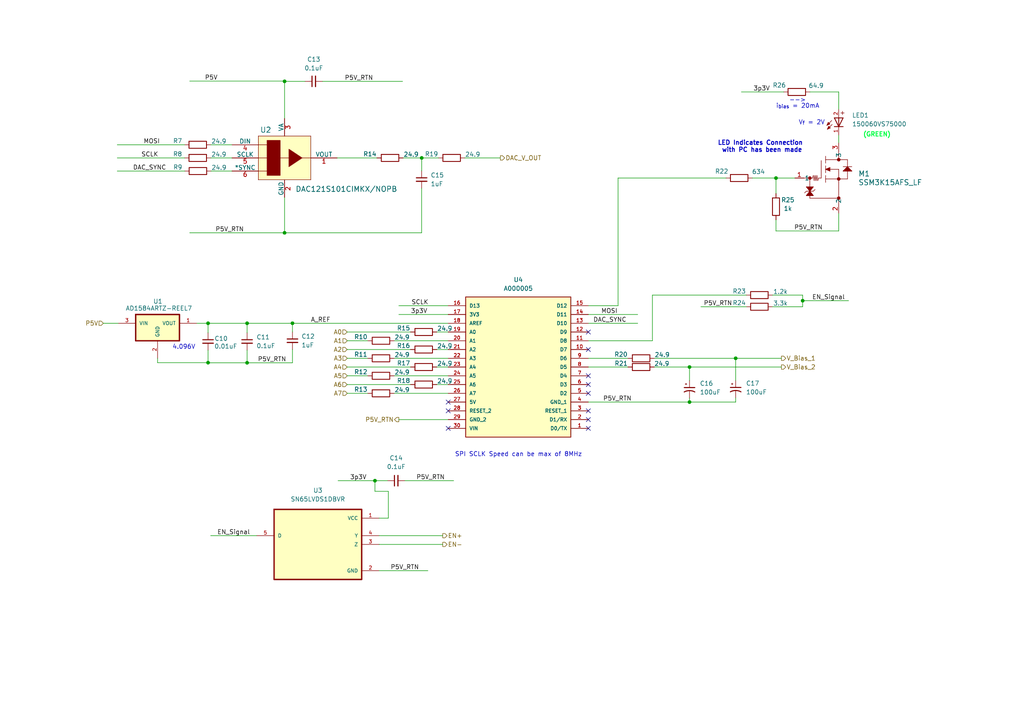
<source format=kicad_sch>
(kicad_sch
	(version 20231120)
	(generator "eeschema")
	(generator_version "8.0")
	(uuid "c8b37549-75ee-43ce-b51e-6da2895d5cb9")
	(paper "A4")
	(lib_symbols
		(symbol "ARDUINO:A000005"
			(pin_names
				(offset 1.016)
			)
			(exclude_from_sim no)
			(in_bom yes)
			(on_board yes)
			(property "Reference" "U"
				(at -15.2534 21.1154 0)
				(effects
					(font
						(size 1.27 1.27)
					)
					(justify left bottom)
				)
			)
			(property "Value" "A000005"
				(at -15.2429 -22.8688 0)
				(effects
					(font
						(size 1.27 1.27)
					)
					(justify left bottom)
				)
			)
			(property "Footprint" "A000005:MODULE_A000005"
				(at 0 0 0)
				(effects
					(font
						(size 1.27 1.27)
					)
					(justify bottom)
					(hide yes)
				)
			)
			(property "Datasheet" ""
				(at 0 0 0)
				(effects
					(font
						(size 1.27 1.27)
					)
					(hide yes)
				)
			)
			(property "Description" ""
				(at 0 0 0)
				(effects
					(font
						(size 1.27 1.27)
					)
					(hide yes)
				)
			)
			(property "PARTREV" "23/03/2020"
				(at 0 0 0)
				(effects
					(font
						(size 1.27 1.27)
					)
					(justify bottom)
					(hide yes)
				)
			)
			(property "STANDARD" "Manufacturer Recommendations"
				(at 0 0 0)
				(effects
					(font
						(size 1.27 1.27)
					)
					(justify bottom)
					(hide yes)
				)
			)
			(property "MAXIMUM_PACKAGE_HEIGHT" "N/A"
				(at 0 0 0)
				(effects
					(font
						(size 1.27 1.27)
					)
					(justify bottom)
					(hide yes)
				)
			)
			(property "MANUFACTURER" "Arduino"
				(at 0 0 0)
				(effects
					(font
						(size 1.27 1.27)
					)
					(justify bottom)
					(hide yes)
				)
			)
			(symbol "A000005_0_0"
				(rectangle
					(start -15.24 -20.32)
					(end 15.24 20.32)
					(stroke
						(width 0.254)
						(type default)
					)
					(fill
						(type background)
					)
				)
				(pin bidirectional line
					(at -20.32 17.78 0)
					(length 5.08)
					(name "D0/TX"
						(effects
							(font
								(size 1.016 1.016)
							)
						)
					)
					(number "1"
						(effects
							(font
								(size 1.016 1.016)
							)
						)
					)
				)
				(pin bidirectional line
					(at -20.32 -5.08 0)
					(length 5.08)
					(name "D7"
						(effects
							(font
								(size 1.016 1.016)
							)
						)
					)
					(number "10"
						(effects
							(font
								(size 1.016 1.016)
							)
						)
					)
				)
				(pin bidirectional line
					(at -20.32 -7.62 0)
					(length 5.08)
					(name "D8"
						(effects
							(font
								(size 1.016 1.016)
							)
						)
					)
					(number "11"
						(effects
							(font
								(size 1.016 1.016)
							)
						)
					)
				)
				(pin bidirectional line
					(at -20.32 -10.16 0)
					(length 5.08)
					(name "D9"
						(effects
							(font
								(size 1.016 1.016)
							)
						)
					)
					(number "12"
						(effects
							(font
								(size 1.016 1.016)
							)
						)
					)
				)
				(pin bidirectional line
					(at -20.32 -12.7 0)
					(length 5.08)
					(name "D10"
						(effects
							(font
								(size 1.016 1.016)
							)
						)
					)
					(number "13"
						(effects
							(font
								(size 1.016 1.016)
							)
						)
					)
				)
				(pin bidirectional line
					(at -20.32 -15.24 0)
					(length 5.08)
					(name "D11"
						(effects
							(font
								(size 1.016 1.016)
							)
						)
					)
					(number "14"
						(effects
							(font
								(size 1.016 1.016)
							)
						)
					)
				)
				(pin bidirectional line
					(at -20.32 -17.78 0)
					(length 5.08)
					(name "D12"
						(effects
							(font
								(size 1.016 1.016)
							)
						)
					)
					(number "15"
						(effects
							(font
								(size 1.016 1.016)
							)
						)
					)
				)
				(pin bidirectional line
					(at 20.32 -17.78 180)
					(length 5.08)
					(name "D13"
						(effects
							(font
								(size 1.016 1.016)
							)
						)
					)
					(number "16"
						(effects
							(font
								(size 1.016 1.016)
							)
						)
					)
				)
				(pin power_in line
					(at 20.32 -15.24 180)
					(length 5.08)
					(name "3V3"
						(effects
							(font
								(size 1.016 1.016)
							)
						)
					)
					(number "17"
						(effects
							(font
								(size 1.016 1.016)
							)
						)
					)
				)
				(pin input line
					(at 20.32 -12.7 180)
					(length 5.08)
					(name "AREF"
						(effects
							(font
								(size 1.016 1.016)
							)
						)
					)
					(number "18"
						(effects
							(font
								(size 1.016 1.016)
							)
						)
					)
				)
				(pin input line
					(at 20.32 -10.16 180)
					(length 5.08)
					(name "A0"
						(effects
							(font
								(size 1.016 1.016)
							)
						)
					)
					(number "19"
						(effects
							(font
								(size 1.016 1.016)
							)
						)
					)
				)
				(pin bidirectional line
					(at -20.32 15.24 0)
					(length 5.08)
					(name "D1/RX"
						(effects
							(font
								(size 1.016 1.016)
							)
						)
					)
					(number "2"
						(effects
							(font
								(size 1.016 1.016)
							)
						)
					)
				)
				(pin input line
					(at 20.32 -7.62 180)
					(length 5.08)
					(name "A1"
						(effects
							(font
								(size 1.016 1.016)
							)
						)
					)
					(number "20"
						(effects
							(font
								(size 1.016 1.016)
							)
						)
					)
				)
				(pin input line
					(at 20.32 -5.08 180)
					(length 5.08)
					(name "A2"
						(effects
							(font
								(size 1.016 1.016)
							)
						)
					)
					(number "21"
						(effects
							(font
								(size 1.016 1.016)
							)
						)
					)
				)
				(pin input line
					(at 20.32 -2.54 180)
					(length 5.08)
					(name "A3"
						(effects
							(font
								(size 1.016 1.016)
							)
						)
					)
					(number "22"
						(effects
							(font
								(size 1.016 1.016)
							)
						)
					)
				)
				(pin input line
					(at 20.32 0 180)
					(length 5.08)
					(name "A4"
						(effects
							(font
								(size 1.016 1.016)
							)
						)
					)
					(number "23"
						(effects
							(font
								(size 1.016 1.016)
							)
						)
					)
				)
				(pin input line
					(at 20.32 2.54 180)
					(length 5.08)
					(name "A5"
						(effects
							(font
								(size 1.016 1.016)
							)
						)
					)
					(number "24"
						(effects
							(font
								(size 1.016 1.016)
							)
						)
					)
				)
				(pin input line
					(at 20.32 5.08 180)
					(length 5.08)
					(name "A6"
						(effects
							(font
								(size 1.016 1.016)
							)
						)
					)
					(number "25"
						(effects
							(font
								(size 1.016 1.016)
							)
						)
					)
				)
				(pin input line
					(at 20.32 7.62 180)
					(length 5.08)
					(name "A7"
						(effects
							(font
								(size 1.016 1.016)
							)
						)
					)
					(number "26"
						(effects
							(font
								(size 1.016 1.016)
							)
						)
					)
				)
				(pin power_in line
					(at 20.32 10.16 180)
					(length 5.08)
					(name "5V"
						(effects
							(font
								(size 1.016 1.016)
							)
						)
					)
					(number "27"
						(effects
							(font
								(size 1.016 1.016)
							)
						)
					)
				)
				(pin input line
					(at 20.32 12.7 180)
					(length 5.08)
					(name "RESET_2"
						(effects
							(font
								(size 1.016 1.016)
							)
						)
					)
					(number "28"
						(effects
							(font
								(size 1.016 1.016)
							)
						)
					)
				)
				(pin power_in line
					(at 20.32 15.24 180)
					(length 5.08)
					(name "GND_2"
						(effects
							(font
								(size 1.016 1.016)
							)
						)
					)
					(number "29"
						(effects
							(font
								(size 1.016 1.016)
							)
						)
					)
				)
				(pin input line
					(at -20.32 12.7 0)
					(length 5.08)
					(name "RESET_1"
						(effects
							(font
								(size 1.016 1.016)
							)
						)
					)
					(number "3"
						(effects
							(font
								(size 1.016 1.016)
							)
						)
					)
				)
				(pin power_in line
					(at 20.32 17.78 180)
					(length 5.08)
					(name "VIN"
						(effects
							(font
								(size 1.016 1.016)
							)
						)
					)
					(number "30"
						(effects
							(font
								(size 1.016 1.016)
							)
						)
					)
				)
				(pin power_in line
					(at -20.32 10.16 0)
					(length 5.08)
					(name "GND_1"
						(effects
							(font
								(size 1.016 1.016)
							)
						)
					)
					(number "4"
						(effects
							(font
								(size 1.016 1.016)
							)
						)
					)
				)
				(pin bidirectional line
					(at -20.32 7.62 0)
					(length 5.08)
					(name "D2"
						(effects
							(font
								(size 1.016 1.016)
							)
						)
					)
					(number "5"
						(effects
							(font
								(size 1.016 1.016)
							)
						)
					)
				)
				(pin bidirectional line
					(at -20.32 5.08 0)
					(length 5.08)
					(name "D3"
						(effects
							(font
								(size 1.016 1.016)
							)
						)
					)
					(number "6"
						(effects
							(font
								(size 1.016 1.016)
							)
						)
					)
				)
				(pin bidirectional line
					(at -20.32 2.54 0)
					(length 5.08)
					(name "D4"
						(effects
							(font
								(size 1.016 1.016)
							)
						)
					)
					(number "7"
						(effects
							(font
								(size 1.016 1.016)
							)
						)
					)
				)
				(pin bidirectional line
					(at -20.32 0 0)
					(length 5.08)
					(name "D5"
						(effects
							(font
								(size 1.016 1.016)
							)
						)
					)
					(number "8"
						(effects
							(font
								(size 1.016 1.016)
							)
						)
					)
				)
				(pin bidirectional line
					(at -20.32 -2.54 0)
					(length 5.08)
					(name "D6"
						(effects
							(font
								(size 1.016 1.016)
							)
						)
					)
					(number "9"
						(effects
							(font
								(size 1.016 1.016)
							)
						)
					)
				)
			)
		)
		(symbol "Analog_Dev:AD1584ARTZ-REEL7"
			(pin_names
				(offset 1.016)
			)
			(exclude_from_sim no)
			(in_bom yes)
			(on_board yes)
			(property "Reference" "U"
				(at -12.7 3.81 0)
				(effects
					(font
						(size 1.27 1.27)
					)
					(justify left bottom)
				)
			)
			(property "Value" "AD1584ARTZ-REEL7"
				(at -3.81 -8.89 0)
				(effects
					(font
						(size 1.27 1.27)
					)
					(justify left bottom)
				)
			)
			(property "Footprint" "AD1584ARTZ-REEL7:SOT96P237X112-3N"
				(at 1.27 -15.24 0)
				(effects
					(font
						(size 1.27 1.27)
					)
					(justify bottom)
					(hide yes)
				)
			)
			(property "Datasheet" ""
				(at 0 0 0)
				(effects
					(font
						(size 1.27 1.27)
					)
					(hide yes)
				)
			)
			(property "Description" ""
				(at 0 0 0)
				(effects
					(font
						(size 1.27 1.27)
					)
					(hide yes)
				)
			)
			(symbol "AD1584ARTZ-REEL7_0_0"
				(rectangle
					(start -12.7 2.54)
					(end 0 -5.08)
					(stroke
						(width 0.41)
						(type default)
					)
					(fill
						(type background)
					)
				)
				(pin output line
					(at 5.08 0 180)
					(length 5.08)
					(name "VOUT"
						(effects
							(font
								(size 1.016 1.016)
							)
						)
					)
					(number "1"
						(effects
							(font
								(size 1.016 1.016)
							)
						)
					)
				)
				(pin power_in line
					(at -6.35 -10.16 90)
					(length 5.08)
					(name "GND"
						(effects
							(font
								(size 1.016 1.016)
							)
						)
					)
					(number "2"
						(effects
							(font
								(size 1.016 1.016)
							)
						)
					)
				)
				(pin input line
					(at -17.78 0 0)
					(length 5.08)
					(name "VIN"
						(effects
							(font
								(size 1.016 1.016)
							)
						)
					)
					(number "3"
						(effects
							(font
								(size 1.016 1.016)
							)
						)
					)
				)
			)
		)
		(symbol "Device:C_Polarized_Small_US"
			(pin_numbers hide)
			(pin_names
				(offset 0.254) hide)
			(exclude_from_sim no)
			(in_bom yes)
			(on_board yes)
			(property "Reference" "C"
				(at 0.254 1.778 0)
				(effects
					(font
						(size 1.27 1.27)
					)
					(justify left)
				)
			)
			(property "Value" "C_Polarized_Small_US"
				(at 0.254 -2.032 0)
				(effects
					(font
						(size 1.27 1.27)
					)
					(justify left)
				)
			)
			(property "Footprint" ""
				(at 0 0 0)
				(effects
					(font
						(size 1.27 1.27)
					)
					(hide yes)
				)
			)
			(property "Datasheet" "~"
				(at 0 0 0)
				(effects
					(font
						(size 1.27 1.27)
					)
					(hide yes)
				)
			)
			(property "Description" "Polarized capacitor, small US symbol"
				(at 0 0 0)
				(effects
					(font
						(size 1.27 1.27)
					)
					(hide yes)
				)
			)
			(property "ki_keywords" "cap capacitor"
				(at 0 0 0)
				(effects
					(font
						(size 1.27 1.27)
					)
					(hide yes)
				)
			)
			(property "ki_fp_filters" "CP_*"
				(at 0 0 0)
				(effects
					(font
						(size 1.27 1.27)
					)
					(hide yes)
				)
			)
			(symbol "C_Polarized_Small_US_0_1"
				(polyline
					(pts
						(xy -1.524 0.508) (xy 1.524 0.508)
					)
					(stroke
						(width 0.3048)
						(type default)
					)
					(fill
						(type none)
					)
				)
				(polyline
					(pts
						(xy -1.27 1.524) (xy -0.762 1.524)
					)
					(stroke
						(width 0)
						(type default)
					)
					(fill
						(type none)
					)
				)
				(polyline
					(pts
						(xy -1.016 1.27) (xy -1.016 1.778)
					)
					(stroke
						(width 0)
						(type default)
					)
					(fill
						(type none)
					)
				)
				(arc
					(start 1.524 -0.762)
					(mid 0 -0.3734)
					(end -1.524 -0.762)
					(stroke
						(width 0.3048)
						(type default)
					)
					(fill
						(type none)
					)
				)
			)
			(symbol "C_Polarized_Small_US_1_1"
				(pin passive line
					(at 0 2.54 270)
					(length 2.032)
					(name "~"
						(effects
							(font
								(size 1.27 1.27)
							)
						)
					)
					(number "1"
						(effects
							(font
								(size 1.27 1.27)
							)
						)
					)
				)
				(pin passive line
					(at 0 -2.54 90)
					(length 2.032)
					(name "~"
						(effects
							(font
								(size 1.27 1.27)
							)
						)
					)
					(number "2"
						(effects
							(font
								(size 1.27 1.27)
							)
						)
					)
				)
			)
		)
		(symbol "Device:C_Small"
			(pin_numbers hide)
			(pin_names
				(offset 0.254) hide)
			(exclude_from_sim no)
			(in_bom yes)
			(on_board yes)
			(property "Reference" "C"
				(at 0.254 1.778 0)
				(effects
					(font
						(size 1.27 1.27)
					)
					(justify left)
				)
			)
			(property "Value" "C_Small"
				(at 0.254 -2.032 0)
				(effects
					(font
						(size 1.27 1.27)
					)
					(justify left)
				)
			)
			(property "Footprint" ""
				(at 0 0 0)
				(effects
					(font
						(size 1.27 1.27)
					)
					(hide yes)
				)
			)
			(property "Datasheet" "~"
				(at 0 0 0)
				(effects
					(font
						(size 1.27 1.27)
					)
					(hide yes)
				)
			)
			(property "Description" "Unpolarized capacitor, small symbol"
				(at 0 0 0)
				(effects
					(font
						(size 1.27 1.27)
					)
					(hide yes)
				)
			)
			(property "ki_keywords" "capacitor cap"
				(at 0 0 0)
				(effects
					(font
						(size 1.27 1.27)
					)
					(hide yes)
				)
			)
			(property "ki_fp_filters" "C_*"
				(at 0 0 0)
				(effects
					(font
						(size 1.27 1.27)
					)
					(hide yes)
				)
			)
			(symbol "C_Small_0_1"
				(polyline
					(pts
						(xy -1.524 -0.508) (xy 1.524 -0.508)
					)
					(stroke
						(width 0.3302)
						(type default)
					)
					(fill
						(type none)
					)
				)
				(polyline
					(pts
						(xy -1.524 0.508) (xy 1.524 0.508)
					)
					(stroke
						(width 0.3048)
						(type default)
					)
					(fill
						(type none)
					)
				)
			)
			(symbol "C_Small_1_1"
				(pin passive line
					(at 0 2.54 270)
					(length 2.032)
					(name "~"
						(effects
							(font
								(size 1.27 1.27)
							)
						)
					)
					(number "1"
						(effects
							(font
								(size 1.27 1.27)
							)
						)
					)
				)
				(pin passive line
					(at 0 -2.54 90)
					(length 2.032)
					(name "~"
						(effects
							(font
								(size 1.27 1.27)
							)
						)
					)
					(number "2"
						(effects
							(font
								(size 1.27 1.27)
							)
						)
					)
				)
			)
		)
		(symbol "Device:R"
			(pin_numbers hide)
			(pin_names
				(offset 0)
			)
			(exclude_from_sim no)
			(in_bom yes)
			(on_board yes)
			(property "Reference" "R"
				(at 2.032 0 90)
				(effects
					(font
						(size 1.27 1.27)
					)
				)
			)
			(property "Value" "R"
				(at 0 0 90)
				(effects
					(font
						(size 1.27 1.27)
					)
				)
			)
			(property "Footprint" ""
				(at -1.778 0 90)
				(effects
					(font
						(size 1.27 1.27)
					)
					(hide yes)
				)
			)
			(property "Datasheet" "~"
				(at 0 0 0)
				(effects
					(font
						(size 1.27 1.27)
					)
					(hide yes)
				)
			)
			(property "Description" "Resistor"
				(at 0 0 0)
				(effects
					(font
						(size 1.27 1.27)
					)
					(hide yes)
				)
			)
			(property "ki_keywords" "R res resistor"
				(at 0 0 0)
				(effects
					(font
						(size 1.27 1.27)
					)
					(hide yes)
				)
			)
			(property "ki_fp_filters" "R_*"
				(at 0 0 0)
				(effects
					(font
						(size 1.27 1.27)
					)
					(hide yes)
				)
			)
			(symbol "R_0_1"
				(rectangle
					(start -1.016 -2.54)
					(end 1.016 2.54)
					(stroke
						(width 0.254)
						(type default)
					)
					(fill
						(type none)
					)
				)
			)
			(symbol "R_1_1"
				(pin passive line
					(at 0 3.81 270)
					(length 1.27)
					(name "~"
						(effects
							(font
								(size 1.27 1.27)
							)
						)
					)
					(number "1"
						(effects
							(font
								(size 1.27 1.27)
							)
						)
					)
				)
				(pin passive line
					(at 0 -3.81 90)
					(length 1.27)
					(name "~"
						(effects
							(font
								(size 1.27 1.27)
							)
						)
					)
					(number "2"
						(effects
							(font
								(size 1.27 1.27)
							)
						)
					)
				)
			)
		)
		(symbol "Texas Instruments:DAC121S101CIMKX_NOPB"
			(pin_names
				(offset 0)
			)
			(exclude_from_sim no)
			(in_bom yes)
			(on_board yes)
			(property "Reference" "U"
				(at 10.668 -1.524 0)
				(effects
					(font
						(size 1.524 1.524)
					)
				)
			)
			(property "Value" "DAC121S101CIMKX/NOPB"
				(at 24.638 -4.318 0)
				(effects
					(font
						(size 1.524 1.524)
					)
				)
			)
			(property "Footprint" "MK06A"
				(at -12.7 -3.556 0)
				(effects
					(font
						(size 1.27 1.27)
						(italic yes)
					)
					(hide yes)
				)
			)
			(property "Datasheet" "DAC121S101CIMKX/NOPB"
				(at -11.176 -7.112 0)
				(effects
					(font
						(size 1.27 1.27)
						(italic yes)
					)
					(hide yes)
				)
			)
			(property "Description" ""
				(at 22.86 6.35 0)
				(effects
					(font
						(size 1.27 1.27)
					)
					(hide yes)
				)
			)
			(property "ki_keywords" "DAC121S101CIMKX/NOPB"
				(at 0 0 0)
				(effects
					(font
						(size 1.27 1.27)
					)
					(hide yes)
				)
			)
			(property "ki_fp_filters" "MK06A MK06A-M MK06A-L"
				(at 0 0 0)
				(effects
					(font
						(size 1.27 1.27)
					)
					(hide yes)
				)
			)
			(symbol "DAC121S101CIMKX_NOPB_0_1"
				(pin output line
					(at 22.86 6.35 180)
					(length 7.62)
					(name "VOUT"
						(effects
							(font
								(size 1.27 1.27)
							)
						)
					)
					(number "1"
						(effects
							(font
								(size 1.27 1.27)
							)
						)
					)
				)
				(pin input line
					(at -7.62 10.16 0)
					(length 7.62)
					(name "DIN"
						(effects
							(font
								(size 1.27 1.27)
							)
						)
					)
					(number "4"
						(effects
							(font
								(size 1.27 1.27)
							)
						)
					)
				)
				(pin input line
					(at -7.62 6.35 0)
					(length 7.62)
					(name "SCLK"
						(effects
							(font
								(size 1.27 1.27)
							)
						)
					)
					(number "5"
						(effects
							(font
								(size 1.27 1.27)
							)
						)
					)
				)
				(pin input line
					(at -7.62 2.54 0)
					(length 7.62)
					(name "*SYNC"
						(effects
							(font
								(size 1.27 1.27)
							)
						)
					)
					(number "6"
						(effects
							(font
								(size 1.27 1.27)
							)
						)
					)
				)
			)
			(symbol "DAC121S101CIMKX_NOPB_1_1"
				(polyline
					(pts
						(xy 0 2.54) (xy 2.54 2.54)
					)
					(stroke
						(width 0)
						(type default)
					)
					(fill
						(type none)
					)
				)
				(polyline
					(pts
						(xy 0 6.35) (xy 2.54 6.35)
					)
					(stroke
						(width 0)
						(type default)
					)
					(fill
						(type none)
					)
				)
				(polyline
					(pts
						(xy 0 10.16) (xy 2.54 10.16)
					)
					(stroke
						(width 0)
						(type default)
					)
					(fill
						(type none)
					)
				)
				(polyline
					(pts
						(xy 6.35 6.35) (xy 8.89 6.35)
					)
					(stroke
						(width 0)
						(type default)
					)
					(fill
						(type none)
					)
				)
				(polyline
					(pts
						(xy 12.7 6.35) (xy 15.24 6.35)
					)
					(stroke
						(width 0)
						(type default)
					)
					(fill
						(type none)
					)
				)
				(polyline
					(pts
						(xy 8.89 3.81) (xy 8.89 8.89) (xy 12.7 6.35) (xy 8.89 3.81)
					)
					(stroke
						(width 0)
						(type default)
					)
					(fill
						(type outline)
					)
				)
				(rectangle
					(start 0 12.7)
					(end 15.24 0)
					(stroke
						(width 0)
						(type default)
					)
					(fill
						(type background)
					)
				)
				(rectangle
					(start 2.54 11.43)
					(end 6.35 1.27)
					(stroke
						(width 0)
						(type default)
					)
					(fill
						(type outline)
					)
				)
				(pin power_in line
					(at 7.62 -5.08 90)
					(length 5.08)
					(name "GND"
						(effects
							(font
								(size 1.27 1.27)
							)
						)
					)
					(number "2"
						(effects
							(font
								(size 1.27 1.27)
							)
						)
					)
				)
				(pin power_in line
					(at 7.62 17.78 270)
					(length 5.08)
					(name "VA"
						(effects
							(font
								(size 1.27 1.27)
							)
						)
					)
					(number "3"
						(effects
							(font
								(size 1.27 1.27)
							)
						)
					)
				)
			)
		)
		(symbol "Texas Instruments:SN65LVDS1DBVR"
			(pin_names
				(offset 1.016)
			)
			(exclude_from_sim no)
			(in_bom yes)
			(on_board yes)
			(property "Reference" "U"
				(at -12.7 11.16 0)
				(effects
					(font
						(size 1.27 1.27)
					)
					(justify left bottom)
				)
			)
			(property "Value" "SN65LVDS1DBVR"
				(at -12.7 -14.16 0)
				(effects
					(font
						(size 1.27 1.27)
					)
					(justify left bottom)
				)
			)
			(property "Footprint" "SN65LVDS1DBVR:SOT95P280X145-5N"
				(at 0 0 0)
				(effects
					(font
						(size 1.27 1.27)
					)
					(justify bottom)
					(hide yes)
				)
			)
			(property "Datasheet" ""
				(at 0 0 0)
				(effects
					(font
						(size 1.27 1.27)
					)
					(hide yes)
				)
			)
			(property "Description" ""
				(at 0 0 0)
				(effects
					(font
						(size 1.27 1.27)
					)
					(hide yes)
				)
			)
			(symbol "SN65LVDS1DBVR_0_0"
				(rectangle
					(start -12.7 -10.16)
					(end 12.7 10.16)
					(stroke
						(width 0.41)
						(type default)
					)
					(fill
						(type background)
					)
				)
				(pin power_in line
					(at 17.78 7.62 180)
					(length 5.08)
					(name "VCC"
						(effects
							(font
								(size 1.016 1.016)
							)
						)
					)
					(number "1"
						(effects
							(font
								(size 1.016 1.016)
							)
						)
					)
				)
				(pin power_in line
					(at 17.78 -7.62 180)
					(length 5.08)
					(name "GND"
						(effects
							(font
								(size 1.016 1.016)
							)
						)
					)
					(number "2"
						(effects
							(font
								(size 1.016 1.016)
							)
						)
					)
				)
				(pin output line
					(at 17.78 0 180)
					(length 5.08)
					(name "Z"
						(effects
							(font
								(size 1.016 1.016)
							)
						)
					)
					(number "3"
						(effects
							(font
								(size 1.016 1.016)
							)
						)
					)
				)
				(pin output line
					(at 17.78 2.54 180)
					(length 5.08)
					(name "Y"
						(effects
							(font
								(size 1.016 1.016)
							)
						)
					)
					(number "4"
						(effects
							(font
								(size 1.016 1.016)
							)
						)
					)
				)
				(pin input line
					(at -17.78 2.54 0)
					(length 5.08)
					(name "D"
						(effects
							(font
								(size 1.016 1.016)
							)
						)
					)
					(number "5"
						(effects
							(font
								(size 1.016 1.016)
							)
						)
					)
				)
			)
		)
		(symbol "Toshiba_Semiconductor:SSM3K15AFS_LF"
			(pin_names
				(offset 0.254)
			)
			(exclude_from_sim no)
			(in_bom yes)
			(on_board yes)
			(property "Reference" "MOSFET"
				(at 0 0 0)
				(effects
					(font
						(size 1.524 1.524)
					)
				)
			)
			(property "Value" "SSM3K15AFS_LF"
				(at 0 0 0)
				(effects
					(font
						(size 1.524 1.524)
					)
				)
			)
			(property "Footprint" "SSM_TOS"
				(at 0 0 0)
				(effects
					(font
						(size 1.27 1.27)
						(italic yes)
					)
					(hide yes)
				)
			)
			(property "Datasheet" "SSM3K15AFS_LF"
				(at 0 0 0)
				(effects
					(font
						(size 1.27 1.27)
						(italic yes)
					)
					(hide yes)
				)
			)
			(property "Description" ""
				(at 0 0 0)
				(effects
					(font
						(size 1.27 1.27)
					)
					(hide yes)
				)
			)
			(property "ki_locked" ""
				(at 0 0 0)
				(effects
					(font
						(size 1.27 1.27)
					)
				)
			)
			(property "ki_keywords" "SSM3K15AFS,LF"
				(at 0 0 0)
				(effects
					(font
						(size 1.27 1.27)
					)
					(hide yes)
				)
			)
			(property "ki_fp_filters" "SSM_TOS SSM_TOS-M SSM_TOS-L"
				(at 0 0 0)
				(effects
					(font
						(size 1.27 1.27)
					)
					(hide yes)
				)
			)
			(symbol "SSM3K15AFS_LF_0_1"
				(polyline
					(pts
						(xy 0 -7.62) (xy 2.54 -7.62)
					)
					(stroke
						(width 0.1524)
						(type default)
					)
					(fill
						(type none)
					)
				)
				(polyline
					(pts
						(xy 0.762 -12.7) (xy 2.794 -12.7)
					)
					(stroke
						(width 0.1524)
						(type default)
					)
					(fill
						(type none)
					)
				)
				(polyline
					(pts
						(xy 0.762 -11.43) (xy 0.254 -11.938)
					)
					(stroke
						(width 0.1524)
						(type default)
					)
					(fill
						(type none)
					)
				)
				(polyline
					(pts
						(xy 0.762 -11.43) (xy 2.794 -11.43)
					)
					(stroke
						(width 0.1524)
						(type default)
					)
					(fill
						(type none)
					)
				)
				(polyline
					(pts
						(xy 0.762 -10.16) (xy 1.778 -11.43)
					)
					(stroke
						(width 0.1524)
						(type default)
					)
					(fill
						(type none)
					)
				)
				(polyline
					(pts
						(xy 1.778 -13.462) (xy 10.16 -13.462)
					)
					(stroke
						(width 0.1524)
						(type default)
					)
					(fill
						(type none)
					)
				)
				(polyline
					(pts
						(xy 1.778 -12.7) (xy 1.778 -13.462)
					)
					(stroke
						(width 0.1524)
						(type default)
					)
					(fill
						(type none)
					)
				)
				(polyline
					(pts
						(xy 1.778 -11.43) (xy 0.762 -12.7)
					)
					(stroke
						(width 0.1524)
						(type default)
					)
					(fill
						(type none)
					)
				)
				(polyline
					(pts
						(xy 1.778 -11.43) (xy 2.794 -10.16)
					)
					(stroke
						(width 0.1524)
						(type default)
					)
					(fill
						(type none)
					)
				)
				(polyline
					(pts
						(xy 1.778 -7.62) (xy 1.778 -10.16)
					)
					(stroke
						(width 0.1524)
						(type default)
					)
					(fill
						(type none)
					)
				)
				(polyline
					(pts
						(xy 2.794 -12.7) (xy 1.778 -11.43)
					)
					(stroke
						(width 0.1524)
						(type default)
					)
					(fill
						(type none)
					)
				)
				(polyline
					(pts
						(xy 2.794 -11.43) (xy 3.302 -10.922)
					)
					(stroke
						(width 0.1524)
						(type default)
					)
					(fill
						(type none)
					)
				)
				(polyline
					(pts
						(xy 2.794 -10.16) (xy 0.762 -10.16)
					)
					(stroke
						(width 0.1524)
						(type default)
					)
					(fill
						(type none)
					)
				)
				(polyline
					(pts
						(xy 2.794 -6.858) (xy 2.54 -7.62)
					)
					(stroke
						(width 0.1524)
						(type default)
					)
					(fill
						(type none)
					)
				)
				(polyline
					(pts
						(xy 3.048 -8.382) (xy 2.794 -6.858)
					)
					(stroke
						(width 0.1524)
						(type default)
					)
					(fill
						(type none)
					)
				)
				(polyline
					(pts
						(xy 3.302 -6.858) (xy 3.048 -8.382)
					)
					(stroke
						(width 0.1524)
						(type default)
					)
					(fill
						(type none)
					)
				)
				(polyline
					(pts
						(xy 3.556 -8.382) (xy 3.302 -6.858)
					)
					(stroke
						(width 0.1524)
						(type default)
					)
					(fill
						(type none)
					)
				)
				(polyline
					(pts
						(xy 3.81 -6.858) (xy 3.556 -8.382)
					)
					(stroke
						(width 0.1524)
						(type default)
					)
					(fill
						(type none)
					)
				)
				(polyline
					(pts
						(xy 4.064 -8.382) (xy 3.81 -6.858)
					)
					(stroke
						(width 0.1524)
						(type default)
					)
					(fill
						(type none)
					)
				)
				(polyline
					(pts
						(xy 4.318 -7.62) (xy 4.064 -8.382)
					)
					(stroke
						(width 0.1524)
						(type default)
					)
					(fill
						(type none)
					)
				)
				(polyline
					(pts
						(xy 5.08 -7.62) (xy 4.318 -7.62)
					)
					(stroke
						(width 0.1524)
						(type default)
					)
					(fill
						(type none)
					)
				)
				(polyline
					(pts
						(xy 5.08 -7.62) (xy 5.08 -2.54)
					)
					(stroke
						(width 0.1524)
						(type default)
					)
					(fill
						(type none)
					)
				)
				(polyline
					(pts
						(xy 6.35 -8.89) (xy 6.35 -6.858)
					)
					(stroke
						(width 0.1524)
						(type default)
					)
					(fill
						(type none)
					)
				)
				(polyline
					(pts
						(xy 6.35 -7.874) (xy 12.7 -7.874)
					)
					(stroke
						(width 0.1524)
						(type default)
					)
					(fill
						(type none)
					)
				)
				(polyline
					(pts
						(xy 6.35 -6.096) (xy 6.35 -4.064)
					)
					(stroke
						(width 0.1524)
						(type default)
					)
					(fill
						(type none)
					)
				)
				(polyline
					(pts
						(xy 6.35 -5.08) (xy 7.62 -4.572)
					)
					(stroke
						(width 0.1524)
						(type default)
					)
					(fill
						(type none)
					)
				)
				(polyline
					(pts
						(xy 6.35 -3.302) (xy 6.35 -1.27)
					)
					(stroke
						(width 0.1524)
						(type default)
					)
					(fill
						(type none)
					)
				)
				(polyline
					(pts
						(xy 7.62 -5.588) (xy 6.35 -5.08)
					)
					(stroke
						(width 0.1524)
						(type default)
					)
					(fill
						(type none)
					)
				)
				(polyline
					(pts
						(xy 7.62 -5.08) (xy 10.16 -5.08)
					)
					(stroke
						(width 0.1524)
						(type default)
					)
					(fill
						(type none)
					)
				)
				(polyline
					(pts
						(xy 7.62 -4.572) (xy 7.62 -5.588)
					)
					(stroke
						(width 0.1524)
						(type default)
					)
					(fill
						(type none)
					)
				)
				(polyline
					(pts
						(xy 10.16 -5.08) (xy 10.16 -15.24)
					)
					(stroke
						(width 0.1524)
						(type default)
					)
					(fill
						(type none)
					)
				)
				(polyline
					(pts
						(xy 10.16 0) (xy 10.16 -2.286)
					)
					(stroke
						(width 0.1524)
						(type default)
					)
					(fill
						(type none)
					)
				)
				(polyline
					(pts
						(xy 11.43 -5.588) (xy 13.97 -5.588)
					)
					(stroke
						(width 0.1524)
						(type default)
					)
					(fill
						(type none)
					)
				)
				(polyline
					(pts
						(xy 11.43 -4.318) (xy 13.97 -4.318)
					)
					(stroke
						(width 0.1524)
						(type default)
					)
					(fill
						(type none)
					)
				)
				(polyline
					(pts
						(xy 12.7 -7.874) (xy 12.7 -5.588)
					)
					(stroke
						(width 0.1524)
						(type default)
					)
					(fill
						(type none)
					)
				)
				(polyline
					(pts
						(xy 12.7 -4.318) (xy 11.43 -5.588)
					)
					(stroke
						(width 0.1524)
						(type default)
					)
					(fill
						(type none)
					)
				)
				(polyline
					(pts
						(xy 12.7 -4.318) (xy 12.7 -2.286)
					)
					(stroke
						(width 0.1524)
						(type default)
					)
					(fill
						(type none)
					)
				)
				(polyline
					(pts
						(xy 12.7 -2.286) (xy 6.35 -2.286)
					)
					(stroke
						(width 0.1524)
						(type default)
					)
					(fill
						(type none)
					)
				)
				(polyline
					(pts
						(xy 13.97 -5.588) (xy 12.7 -4.318)
					)
					(stroke
						(width 0.1524)
						(type default)
					)
					(fill
						(type none)
					)
				)
				(polyline
					(pts
						(xy 7.62 -4.572) (xy 6.35 -5.08) (xy 7.62 -5.588)
					)
					(stroke
						(width 0)
						(type default)
					)
					(fill
						(type outline)
					)
				)
				(polyline
					(pts
						(xy 12.7 -4.318) (xy 11.43 -5.588) (xy 13.97 -5.588)
					)
					(stroke
						(width 0)
						(type default)
					)
					(fill
						(type outline)
					)
				)
				(polyline
					(pts
						(xy 0.762 -10.16) (xy 1.778 -11.43) (xy 0.762 -12.7) (xy 2.794 -12.7) (xy 1.778 -11.43) (xy 2.794 -10.16)
					)
					(stroke
						(width 0)
						(type default)
					)
					(fill
						(type outline)
					)
				)
				(circle
					(center 1.778 -7.62)
					(radius 0.254)
					(stroke
						(width 0.508)
						(type default)
					)
					(fill
						(type none)
					)
				)
				(circle
					(center 10.16 -13.462)
					(radius 0.254)
					(stroke
						(width 0.508)
						(type default)
					)
					(fill
						(type none)
					)
				)
				(circle
					(center 10.16 -7.874)
					(radius 0.254)
					(stroke
						(width 0.508)
						(type default)
					)
					(fill
						(type none)
					)
				)
				(circle
					(center 10.16 -2.286)
					(radius 0.254)
					(stroke
						(width 0.508)
						(type default)
					)
					(fill
						(type none)
					)
				)
				(pin unspecified line
					(at -2.54 -7.62 0)
					(length 2.54)
					(name "1"
						(effects
							(font
								(size 1.27 1.27)
							)
						)
					)
					(number "1"
						(effects
							(font
								(size 1.27 1.27)
							)
						)
					)
				)
				(pin unspecified line
					(at 10.16 -17.78 90)
					(length 2.54)
					(name "2"
						(effects
							(font
								(size 1.27 1.27)
							)
						)
					)
					(number "2"
						(effects
							(font
								(size 1.27 1.27)
							)
						)
					)
				)
				(pin unspecified line
					(at 10.16 2.54 270)
					(length 2.54)
					(name "3"
						(effects
							(font
								(size 1.27 1.27)
							)
						)
					)
					(number "3"
						(effects
							(font
								(size 1.27 1.27)
							)
						)
					)
				)
			)
		)
		(symbol "Wurth Elektronik:WL-SMCW_0603"
			(pin_names
				(offset 1.016)
			)
			(exclude_from_sim no)
			(in_bom yes)
			(on_board yes)
			(property "Reference" "D"
				(at -1.988 3.972 0)
				(effects
					(font
						(size 1.27 1.27)
					)
					(justify left bottom)
				)
			)
			(property "Value" "WL-SMCW_0603"
				(at -2.628 -3.928 0)
				(effects
					(font
						(size 1.27 1.27)
					)
					(justify left bottom)
				)
			)
			(property "Footprint" "WL-SMCW_0603:WL-SMCW_0603"
				(at 0 0 0)
				(effects
					(font
						(size 1.27 1.27)
					)
					(justify bottom)
					(hide yes)
				)
			)
			(property "Datasheet" ""
				(at 0 0 0)
				(effects
					(font
						(size 1.27 1.27)
					)
					(hide yes)
				)
			)
			(property "Description" ""
				(at 0 0 0)
				(effects
					(font
						(size 1.27 1.27)
					)
					(hide yes)
				)
			)
			(property "MF" "Wurth Elektronik"
				(at 0 0 0)
				(effects
					(font
						(size 1.27 1.27)
					)
					(justify bottom)
					(hide yes)
				)
			)
			(property "Description_1" "0603, Bright Green, Typ.(@20mA): 570nm, 40mcd, 2.0V, 140° AlInGaP"
				(at 0 0 0)
				(effects
					(font
						(size 1.27 1.27)
					)
					(justify bottom)
					(hide yes)
				)
			)
			(property "Package" "0603 Würth Elektronik"
				(at 0 0 0)
				(effects
					(font
						(size 1.27 1.27)
					)
					(justify bottom)
					(hide yes)
				)
			)
			(property "Price" "None"
				(at 0 0 0)
				(effects
					(font
						(size 1.27 1.27)
					)
					(justify bottom)
					(hide yes)
				)
			)
			(property "SnapEDA_Link" "https://www.snapeda.com/parts/150060VS75000/Wurth+Electronics/view-part/?ref=snap"
				(at 0 0 0)
				(effects
					(font
						(size 1.27 1.27)
					)
					(justify bottom)
					(hide yes)
				)
			)
			(property "MP" "150060VS75000"
				(at 0 0 0)
				(effects
					(font
						(size 1.27 1.27)
					)
					(justify bottom)
					(hide yes)
				)
			)
			(property "Availability" "In Stock"
				(at 0 0 0)
				(effects
					(font
						(size 1.27 1.27)
					)
					(justify bottom)
					(hide yes)
				)
			)
			(property "Check_prices" "https://www.snapeda.com/parts/150060VS75000/Wurth+Electronics/view-part/?ref=eda"
				(at 0 0 0)
				(effects
					(font
						(size 1.27 1.27)
					)
					(justify bottom)
					(hide yes)
				)
			)
			(symbol "WL-SMCW_0603_0_0"
				(polyline
					(pts
						(xy 0 -1.27) (xy 0 0)
					)
					(stroke
						(width 0.254)
						(type default)
					)
					(fill
						(type none)
					)
				)
				(polyline
					(pts
						(xy 0 0) (xy 0 1.27)
					)
					(stroke
						(width 0.254)
						(type default)
					)
					(fill
						(type none)
					)
				)
				(polyline
					(pts
						(xy 0 0) (xy 2.54 0)
					)
					(stroke
						(width 0.254)
						(type default)
					)
					(fill
						(type none)
					)
				)
				(polyline
					(pts
						(xy 0 0) (xy 2.54 1.27)
					)
					(stroke
						(width 0.254)
						(type default)
					)
					(fill
						(type none)
					)
				)
				(polyline
					(pts
						(xy 0.635 1.905) (xy -0.762 3.302)
					)
					(stroke
						(width 0.1524)
						(type default)
					)
					(fill
						(type none)
					)
				)
				(polyline
					(pts
						(xy 1.778 2.032) (xy 0.381 3.429)
					)
					(stroke
						(width 0.1524)
						(type default)
					)
					(fill
						(type none)
					)
				)
				(polyline
					(pts
						(xy 2.54 -1.27) (xy 0 0)
					)
					(stroke
						(width 0.254)
						(type default)
					)
					(fill
						(type none)
					)
				)
				(polyline
					(pts
						(xy 2.54 -1.27) (xy 2.54 0)
					)
					(stroke
						(width 0.254)
						(type default)
					)
					(fill
						(type none)
					)
				)
				(polyline
					(pts
						(xy 2.54 0) (xy 2.54 1.27)
					)
					(stroke
						(width 0.254)
						(type default)
					)
					(fill
						(type none)
					)
				)
				(polyline
					(pts
						(xy -0.762 3.302) (xy 0.127 2.921) (xy -0.381 2.413) (xy -0.762 3.302)
					)
					(stroke
						(width 0.1524)
						(type default)
					)
					(fill
						(type outline)
					)
				)
				(polyline
					(pts
						(xy 0.381 3.429) (xy 1.27 3.048) (xy 0.762 2.54) (xy 0.381 3.429)
					)
					(stroke
						(width 0.1524)
						(type default)
					)
					(fill
						(type outline)
					)
				)
				(text "+"
					(at 3.08 -1.74 0)
					(effects
						(font
							(size 1.27 1.27)
						)
						(justify left bottom)
					)
				)
				(pin passive line
					(at -2.54 0 0)
					(length 2.54)
					(name "~"
						(effects
							(font
								(size 1.016 1.016)
							)
						)
					)
					(number "1"
						(effects
							(font
								(size 1.016 1.016)
							)
						)
					)
				)
				(pin passive line
					(at 5.08 0 180)
					(length 2.54)
					(name "~"
						(effects
							(font
								(size 1.016 1.016)
							)
						)
					)
					(number "2"
						(effects
							(font
								(size 1.016 1.016)
							)
						)
					)
				)
			)
		)
	)
	(junction
		(at 60.3427 93.7579)
		(diameter 0)
		(color 0 0 0 0)
		(uuid "3917badb-f2da-4186-960e-de8d6b2eecf3")
	)
	(junction
		(at 122.3129 45.8041)
		(diameter 0)
		(color 0 0 0 0)
		(uuid "3b09c9fc-37f7-4179-acdc-3b7b9504822a")
	)
	(junction
		(at 60.3427 105.1928)
		(diameter 0)
		(color 0 0 0 0)
		(uuid "71d0b0ef-2eca-499b-9fcd-e8cee7834f72")
	)
	(junction
		(at 213.3742 103.9179)
		(diameter 0)
		(color 0 0 0 0)
		(uuid "7c47d742-d5e8-40f9-9b1a-34cc07e18bf7")
	)
	(junction
		(at 71.6675 93.7579)
		(diameter 0)
		(color 0 0 0 0)
		(uuid "884ba755-8849-49bd-b755-f88159c794f8")
	)
	(junction
		(at 71.6675 105.2249)
		(diameter 0)
		(color 0 0 0 0)
		(uuid "89f6c073-aead-44b9-9c3b-430683a7a547")
	)
	(junction
		(at 82.536 67.5236)
		(diameter 0)
		(color 0 0 0 0)
		(uuid "96d7d950-685e-4b2b-8883-ee69e1b222f8")
	)
	(junction
		(at 199.9881 116.6179)
		(diameter 0)
		(color 0 0 0 0)
		(uuid "a08c315c-ccb9-4fe1-92ee-7465d9e5033e")
	)
	(junction
		(at 82.536 23.5964)
		(diameter 0)
		(color 0 0 0 0)
		(uuid "b124dc6d-0f15-4108-8cb8-d6579fa47a34")
	)
	(junction
		(at 84.8259 93.7579)
		(diameter 0)
		(color 0 0 0 0)
		(uuid "c37854c7-76a7-4ea4-951f-dbdca86c2bf8")
	)
	(junction
		(at 232.8009 87.2134)
		(diameter 0)
		(color 0 0 0 0)
		(uuid "c87c7f95-8e25-44ff-99b5-82503a3904a3")
	)
	(junction
		(at 108.7503 139.4225)
		(diameter 0)
		(color 0 0 0 0)
		(uuid "c8bee152-c4d5-4ec0-a1ef-48725891476f")
	)
	(junction
		(at 225.069 51.6457)
		(diameter 0)
		(color 0 0 0 0)
		(uuid "d39aa8aa-2a16-4269-a5f9-df8a32679bca")
	)
	(junction
		(at 199.9881 106.4579)
		(diameter 0)
		(color 0 0 0 0)
		(uuid "da7354ba-911c-4605-8f5e-fbdafdbc62a3")
	)
	(no_connect
		(at 130.002 116.6179)
		(uuid "48e165f7-5abc-4146-939a-57a1421e203e")
	)
	(no_connect
		(at 170.642 114.0779)
		(uuid "54cbff38-7775-4dcc-afec-e81187ab7e3e")
	)
	(no_connect
		(at 170.642 108.9979)
		(uuid "75cbeeb8-bdd9-4ec1-af2e-7cc4e3a9844d")
	)
	(no_connect
		(at 170.642 121.6979)
		(uuid "75d43ec0-55da-47e9-84b1-9202ab81d734")
	)
	(no_connect
		(at 130.002 124.2379)
		(uuid "9aed274f-709c-4571-ad26-aace7e1aff66")
	)
	(no_connect
		(at 170.642 101.3779)
		(uuid "ac125afb-c60d-495d-910e-d4c13266f510")
	)
	(no_connect
		(at 170.642 119.1579)
		(uuid "e52fdda9-9c45-4a91-8d6a-3fa444a352e5")
	)
	(no_connect
		(at 170.642 124.2379)
		(uuid "f33bd12f-4809-46ab-a25a-e8d7ea489dbd")
	)
	(no_connect
		(at 130.002 119.1579)
		(uuid "faa8f993-6a6b-4975-ac6d-709dd37d4f8a")
	)
	(no_connect
		(at 170.642 96.2979)
		(uuid "fc499a42-4ce4-4f13-8bec-29fdf20c638e")
	)
	(no_connect
		(at 170.642 111.5379)
		(uuid "ff7addd3-111f-46c6-8aca-24f4e6fe8a6f")
	)
	(wire
		(pts
			(xy 93.5459 23.5964) (xy 116.772 23.5964)
		)
		(stroke
			(width 0)
			(type default)
		)
		(uuid "03e8e854-3515-4850-97af-a4a0ea8308e2")
	)
	(wire
		(pts
			(xy 213.3742 116.6179) (xy 213.3742 115.423)
		)
		(stroke
			(width 0)
			(type default)
		)
		(uuid "046a3116-aa65-4b90-b4f4-f7fa7d586442")
	)
	(wire
		(pts
			(xy 225.069 63.7495) (xy 225.069 66.9846)
		)
		(stroke
			(width 0)
			(type default)
		)
		(uuid "06973665-3c4f-4327-a70f-f9778de3824b")
	)
	(wire
		(pts
			(xy 189.7589 103.9179) (xy 213.3742 103.9179)
		)
		(stroke
			(width 0)
			(type default)
		)
		(uuid "098ad3dd-015f-40bd-9b0b-619275128da3")
	)
	(wire
		(pts
			(xy 61.166 45.8041) (xy 67.296 45.8041)
		)
		(stroke
			(width 0)
			(type default)
		)
		(uuid "0a281a61-6639-4468-a072-aab6aba500fc")
	)
	(wire
		(pts
			(xy 57.1322 93.7579) (xy 60.3427 93.7579)
		)
		(stroke
			(width 0)
			(type default)
		)
		(uuid "0aefbec9-e759-4590-8084-56edd4c5a07d")
	)
	(wire
		(pts
			(xy 119.0789 106.4579) (xy 100.6858 106.4579)
		)
		(stroke
			(width 0)
			(type default)
		)
		(uuid "0c189aa8-c6ab-4551-93e8-91b8bf138e6a")
	)
	(wire
		(pts
			(xy 34.0029 49.6141) (xy 53.594 49.6141)
		)
		(stroke
			(width 0)
			(type default)
		)
		(uuid "0d5c534b-97fc-4c50-bf76-2ec82fc79ab6")
	)
	(wire
		(pts
			(xy 170.642 116.6179) (xy 199.9881 116.6179)
		)
		(stroke
			(width 0)
			(type default)
		)
		(uuid "0ded3802-a5b2-4baa-9293-39703ac4c862")
	)
	(wire
		(pts
			(xy 130.002 101.3779) (xy 126.6989 101.3779)
		)
		(stroke
			(width 0)
			(type default)
		)
		(uuid "0f6adac3-5697-4111-aea6-dfa182c27c41")
	)
	(wire
		(pts
			(xy 45.7022 105.1928) (xy 60.3427 105.1928)
		)
		(stroke
			(width 0)
			(type default)
		)
		(uuid "0fdacdbd-23a4-4e89-8da8-deb1373f566b")
	)
	(wire
		(pts
			(xy 234.9182 26.6692) (xy 243.2665 26.6692)
		)
		(stroke
			(width 0)
			(type default)
		)
		(uuid "0fe6ff96-7261-4420-bffd-829d87239951")
	)
	(wire
		(pts
			(xy 97.776 45.8041) (xy 109.3184 45.8041)
		)
		(stroke
			(width 0)
			(type default)
		)
		(uuid "169d990f-650c-4a1b-94f8-256b9d27119b")
	)
	(wire
		(pts
			(xy 227.2982 26.6692) (xy 215.0266 26.6692)
		)
		(stroke
			(width 0)
			(type default)
		)
		(uuid "175f12a9-0dc6-4dda-b326-6a22e9a75aa2")
	)
	(wire
		(pts
			(xy 109.9805 155.3667) (xy 128.4159 155.3667)
		)
		(stroke
			(width 0)
			(type default)
		)
		(uuid "1d741c1b-638e-4762-846f-a29276291b17")
	)
	(wire
		(pts
			(xy 225.069 51.6457) (xy 225.069 56.1295)
		)
		(stroke
			(width 0)
			(type default)
		)
		(uuid "23836809-f69c-4f34-8493-378f086b7828")
	)
	(wire
		(pts
			(xy 225.069 51.6457) (xy 230.5665 51.6457)
		)
		(stroke
			(width 0)
			(type default)
		)
		(uuid "259b1aea-6d14-454b-86c7-d2f576cb2880")
	)
	(wire
		(pts
			(xy 134.805 45.8041) (xy 145.1184 45.8041)
		)
		(stroke
			(width 0)
			(type default)
		)
		(uuid "26af007c-f976-4d78-801a-6e20e8fb0be4")
	)
	(wire
		(pts
			(xy 84.8259 101.3655) (xy 84.8259 105.2249)
		)
		(stroke
			(width 0)
			(type default)
		)
		(uuid "26cf9ecc-1a67-4942-871c-966700b71e7e")
	)
	(wire
		(pts
			(xy 82.536 34.3741) (xy 82.536 23.5964)
		)
		(stroke
			(width 0)
			(type default)
		)
		(uuid "2a26d98c-f3ed-432f-8323-eefcc856d537")
	)
	(wire
		(pts
			(xy 82.536 23.5964) (xy 88.4659 23.5964)
		)
		(stroke
			(width 0)
			(type default)
		)
		(uuid "33b51cbd-0d12-4691-b577-012536033ac5")
	)
	(wire
		(pts
			(xy 82.536 23.5964) (xy 82.536 23.5185)
		)
		(stroke
			(width 0)
			(type default)
		)
		(uuid "35241e92-b424-4cee-85d9-d30a23791ce7")
	)
	(wire
		(pts
			(xy 112.37 139.4225) (xy 108.7503 139.4225)
		)
		(stroke
			(width 0)
			(type default)
		)
		(uuid "36773d7f-4814-4198-8d00-dc23d6ff83de")
	)
	(wire
		(pts
			(xy 243.2665 66.9846) (xy 243.2665 61.8057)
		)
		(stroke
			(width 0)
			(type default)
		)
		(uuid "3aa4b896-18df-44fb-9a76-1eeedace8576")
	)
	(wire
		(pts
			(xy 71.6675 96.5012) (xy 71.6675 93.7579)
		)
		(stroke
			(width 0)
			(type default)
		)
		(uuid "3b8547c6-4322-41ec-a728-ff55a34cd74d")
	)
	(wire
		(pts
			(xy 224.0638 85.594) (xy 232.8009 85.594)
		)
		(stroke
			(width 0)
			(type default)
		)
		(uuid "406b1f33-2235-4344-ac43-6e4551dd0384")
	)
	(wire
		(pts
			(xy 130.002 98.8379) (xy 114.3102 98.8379)
		)
		(stroke
			(width 0)
			(type default)
		)
		(uuid "442ed7ec-fc68-43ab-8214-18e625c0ba41")
	)
	(wire
		(pts
			(xy 170.642 88.6779) (xy 179.2633 88.6779)
		)
		(stroke
			(width 0)
			(type default)
		)
		(uuid "463a3a92-2110-4333-b691-7942e9e30138")
	)
	(wire
		(pts
			(xy 109.9805 165.5267) (xy 124.1102 165.5267)
		)
		(stroke
			(width 0)
			(type default)
		)
		(uuid "48b1f377-3aeb-4359-8634-52ef899ffad3")
	)
	(wire
		(pts
			(xy 122.3129 49.5354) (xy 122.2889 49.5354)
		)
		(stroke
			(width 0)
			(type default)
		)
		(uuid "4b840b76-a6a3-41d2-9df3-d4a9ae6f04f6")
	)
	(wire
		(pts
			(xy 130.002 96.2979) (xy 126.6989 96.2979)
		)
		(stroke
			(width 0)
			(type default)
		)
		(uuid "4cee0932-aa12-4078-a727-ab9c9446a996")
	)
	(wire
		(pts
			(xy 182.1389 106.4579) (xy 170.642 106.4579)
		)
		(stroke
			(width 0)
			(type default)
		)
		(uuid "4d52b05c-922d-4073-9f07-fc1b37e2cf99")
	)
	(wire
		(pts
			(xy 108.7503 139.4225) (xy 98.0456 139.4225)
		)
		(stroke
			(width 0)
			(type default)
		)
		(uuid "4ed63b2b-9765-40bd-808d-1dd87ce6050b")
	)
	(wire
		(pts
			(xy 84.8259 93.7579) (xy 130.002 93.7579)
		)
		(stroke
			(width 0)
			(type default)
		)
		(uuid "4f8f4d95-eb23-46d3-a46b-f8b82584a8c8")
	)
	(wire
		(pts
			(xy 130.002 114.0779) (xy 114.3102 114.0779)
		)
		(stroke
			(width 0)
			(type default)
		)
		(uuid "540eccd7-c9b9-4956-85a1-cc6f76c7211b")
	)
	(wire
		(pts
			(xy 114.3102 108.9979) (xy 130.002 108.9979)
		)
		(stroke
			(width 0)
			(type default)
		)
		(uuid "5430617e-e2b8-4f19-a067-ff46aacc3400")
	)
	(wire
		(pts
			(xy 61.166 41.9941) (xy 67.296 41.9941)
		)
		(stroke
			(width 0)
			(type default)
		)
		(uuid "554e1c5c-26a1-44af-85ab-c3f7dd3cb072")
	)
	(wire
		(pts
			(xy 84.8259 96.2855) (xy 84.8259 93.7579)
		)
		(stroke
			(width 0)
			(type default)
		)
		(uuid "5cd4bea0-f056-4619-bbce-4d683afcd04e")
	)
	(wire
		(pts
			(xy 232.8009 88.9735) (xy 224.0638 88.9735)
		)
		(stroke
			(width 0)
			(type default)
		)
		(uuid "5e467985-d3af-4e8f-979a-6c41e55e51ed")
	)
	(wire
		(pts
			(xy 122.2889 54.6154) (xy 122.2889 67.5236)
		)
		(stroke
			(width 0)
			(type default)
		)
		(uuid "5fd1a4da-628c-46ca-a56a-7eb20e45bc72")
	)
	(wire
		(pts
			(xy 179.2633 51.6347) (xy 210.5813 51.6347)
		)
		(stroke
			(width 0)
			(type default)
		)
		(uuid "63a30d4b-814e-4b6f-9631-b9ecd9769450")
	)
	(wire
		(pts
			(xy 130.002 91.2179) (xy 115.6776 91.2179)
		)
		(stroke
			(width 0)
			(type default)
		)
		(uuid "6739047e-4532-46d6-9f55-8b9cbe6534fb")
	)
	(wire
		(pts
			(xy 130.002 106.4579) (xy 126.6989 106.4579)
		)
		(stroke
			(width 0)
			(type default)
		)
		(uuid "6baee892-b053-4d2b-b760-e7b18dddad1e")
	)
	(wire
		(pts
			(xy 170.642 103.9179) (xy 182.1389 103.9179)
		)
		(stroke
			(width 0)
			(type default)
		)
		(uuid "6cdded81-da33-48c6-befb-056077faad34")
	)
	(wire
		(pts
			(xy 112.6331 142.5023) (xy 108.7503 142.5023)
		)
		(stroke
			(width 0)
			(type default)
		)
		(uuid "717c852a-0523-42f4-b748-0754a748266f")
	)
	(wire
		(pts
			(xy 61.0931 155.3667) (xy 74.4205 155.3667)
		)
		(stroke
			(width 0)
			(type default)
		)
		(uuid "724e6399-7263-463c-b7e5-562ba68e8939")
	)
	(wire
		(pts
			(xy 130.002 103.9179) (xy 114.3102 103.9179)
		)
		(stroke
			(width 0)
			(type default)
		)
		(uuid "754c9e05-a50a-4ec3-834e-4322e627d385")
	)
	(wire
		(pts
			(xy 179.2633 88.6779) (xy 179.2633 51.6347)
		)
		(stroke
			(width 0)
			(type default)
		)
		(uuid "7582cfbb-a66d-46ae-81c8-845f0e790412")
	)
	(wire
		(pts
			(xy 119.0789 101.3779) (xy 100.6858 101.3779)
		)
		(stroke
			(width 0)
			(type default)
		)
		(uuid "75845db4-f4ab-48c7-ac4a-66982477d078")
	)
	(wire
		(pts
			(xy 116.9384 45.8041) (xy 122.3129 45.8041)
		)
		(stroke
			(width 0)
			(type default)
		)
		(uuid "78df2052-16e4-443c-bdf1-146ab39de46b")
	)
	(wire
		(pts
			(xy 184.9664 91.2179) (xy 170.642 91.2179)
		)
		(stroke
			(width 0)
			(type default)
		)
		(uuid "7fe6d7d9-db60-44d5-a472-882933399a98")
	)
	(wire
		(pts
			(xy 60.3427 96.5012) (xy 60.3427 93.7579)
		)
		(stroke
			(width 0)
			(type default)
		)
		(uuid "82c6abde-242f-4d5a-9817-6405c2f07924")
	)
	(wire
		(pts
			(xy 61.214 49.6141) (xy 67.296 49.6141)
		)
		(stroke
			(width 0)
			(type default)
		)
		(uuid "88136a0b-0a6b-4b87-a027-1ce61a0375c6")
	)
	(wire
		(pts
			(xy 112.6331 150.2867) (xy 112.6331 142.5023)
		)
		(stroke
			(width 0)
			(type default)
		)
		(uuid "8df6ca02-04bc-4957-b7f7-e53bf7b412a0")
	)
	(wire
		(pts
			(xy 82.536 57.2341) (xy 82.536 67.5236)
		)
		(stroke
			(width 0)
			(type default)
		)
		(uuid "904d80bc-69cb-4bbe-a84a-32851fd4384e")
	)
	(wire
		(pts
			(xy 199.9881 110.379) (xy 199.9881 106.4579)
		)
		(stroke
			(width 0)
			(type default)
		)
		(uuid "949f6bc5-a84d-49a9-b9db-20b1b4e343f0")
	)
	(wire
		(pts
			(xy 119.0789 96.2979) (xy 100.6858 96.2979)
		)
		(stroke
			(width 0)
			(type default)
		)
		(uuid "9763ca89-271a-4ce5-ba6a-a059efa346e3")
	)
	(wire
		(pts
			(xy 122.3129 45.8041) (xy 122.3129 49.5354)
		)
		(stroke
			(width 0)
			(type default)
		)
		(uuid "97fbc958-943b-460a-814c-98d939727220")
	)
	(wire
		(pts
			(xy 55.0167 23.5185) (xy 82.536 23.5185)
		)
		(stroke
			(width 0)
			(type default)
		)
		(uuid "98f8c40a-a2d9-4716-833c-1905f6dd0363")
	)
	(wire
		(pts
			(xy 106.6902 98.8379) (xy 100.7279 98.8379)
		)
		(stroke
			(width 0)
			(type default)
		)
		(uuid "992cdeb3-13fb-447a-a906-2252802bd7fd")
	)
	(wire
		(pts
			(xy 243.2665 26.6692) (xy 243.2665 31.648)
		)
		(stroke
			(width 0)
			(type default)
		)
		(uuid "99dc3d8b-3bb8-445a-892f-d246b6ba7dad")
	)
	(wire
		(pts
			(xy 71.6675 93.7579) (xy 84.8259 93.7579)
		)
		(stroke
			(width 0)
			(type default)
		)
		(uuid "9f1248c0-1acf-4f31-95bb-254d891a5e85")
	)
	(wire
		(pts
			(xy 243.2665 41.4857) (xy 243.2665 39.268)
		)
		(stroke
			(width 0)
			(type default)
		)
		(uuid "9f5fc5c8-c97d-4443-a164-8beecc96d268")
	)
	(wire
		(pts
			(xy 109.9805 157.9067) (xy 128.4159 157.9067)
		)
		(stroke
			(width 0)
			(type default)
		)
		(uuid "a059db7e-9026-45e3-834e-bda429a68d62")
	)
	(wire
		(pts
			(xy 119.0789 111.5379) (xy 100.6858 111.5379)
		)
		(stroke
			(width 0)
			(type default)
		)
		(uuid "a3f4ba4b-4208-42b1-8751-182a542a5298")
	)
	(wire
		(pts
			(xy 71.6675 105.2249) (xy 60.3427 105.2249)
		)
		(stroke
			(width 0)
			(type default)
		)
		(uuid "a530ba3c-61bb-49e7-b697-4e853a95023e")
	)
	(wire
		(pts
			(xy 130.002 121.6979) (xy 115.6776 121.6979)
		)
		(stroke
			(width 0)
			(type default)
		)
		(uuid "a6680299-3114-4bec-9505-f8e71b12da8e")
	)
	(wire
		(pts
			(xy 184.9664 93.7579) (xy 170.642 93.7579)
		)
		(stroke
			(width 0)
			(type default)
		)
		(uuid "a9051aca-999f-4d70-8751-a8ad54ccd75d")
	)
	(wire
		(pts
			(xy 122.2889 67.5236) (xy 82.536 67.5236)
		)
		(stroke
			(width 0)
			(type default)
		)
		(uuid "a90a5576-706d-4559-bb43-5d2fa6194a3a")
	)
	(wire
		(pts
			(xy 106.6902 103.9179) (xy 100.7279 103.9179)
		)
		(stroke
			(width 0)
			(type default)
		)
		(uuid "aab07af1-5c97-4e0a-9b89-5275dd68d74b")
	)
	(wire
		(pts
			(xy 71.6675 101.5812) (xy 71.6675 105.2249)
		)
		(stroke
			(width 0)
			(type default)
		)
		(uuid "abd0fc47-ce95-4639-8c23-b18ffde07d69")
	)
	(wire
		(pts
			(xy 199.9881 116.6179) (xy 213.3742 116.6179)
		)
		(stroke
			(width 0)
			(type default)
		)
		(uuid "acb0835c-1847-446f-9c45-91216c53cea1")
	)
	(wire
		(pts
			(xy 213.3742 110.343) (xy 213.3742 103.9179)
		)
		(stroke
			(width 0)
			(type default)
		)
		(uuid "af1f2c2c-416f-4b76-9d0e-0b290a7e7396")
	)
	(wire
		(pts
			(xy 216.4438 88.9735) (xy 203.2854 88.9735)
		)
		(stroke
			(width 0)
			(type default)
		)
		(uuid "b0d792b9-d7b3-4885-b0bc-80feaeb817f9")
	)
	(wire
		(pts
			(xy 225.069 66.9846) (xy 243.2665 66.9846)
		)
		(stroke
			(width 0)
			(type default)
		)
		(uuid "b2a57cd8-d787-45c8-a3b7-45939f45fceb")
	)
	(wire
		(pts
			(xy 170.642 98.8379) (xy 189.2273 98.8379)
		)
		(stroke
			(width 0)
			(type default)
		)
		(uuid "b5083126-f96e-4a9f-b57d-c76f9a9f482c")
	)
	(wire
		(pts
			(xy 108.7503 142.5023) (xy 108.7503 139.4225)
		)
		(stroke
			(width 0)
			(type default)
		)
		(uuid "b5146274-f55b-404b-8946-9238b0982f4c")
	)
	(wire
		(pts
			(xy 232.8009 85.594) (xy 232.8009 87.2134)
		)
		(stroke
			(width 0)
			(type default)
		)
		(uuid "b581f21c-4ce2-4501-86d5-b8bae8a462e3")
	)
	(wire
		(pts
			(xy 189.2273 85.594) (xy 216.4438 85.594)
		)
		(stroke
			(width 0)
			(type default)
		)
		(uuid "bc0c5d98-01fb-43d2-bda2-7c168f5f1737")
	)
	(wire
		(pts
			(xy 84.8259 105.2249) (xy 71.6675 105.2249)
		)
		(stroke
			(width 0)
			(type default)
		)
		(uuid "bf5e48f7-7b54-46ab-888f-408a2a9d9f09")
	)
	(wire
		(pts
			(xy 34.0029 45.8041) (xy 53.546 45.8041)
		)
		(stroke
			(width 0)
			(type default)
		)
		(uuid "c1fc19a6-f177-467b-a508-0da4b97e81b7")
	)
	(wire
		(pts
			(xy 55.0167 67.5236) (xy 82.536 67.5236)
		)
		(stroke
			(width 0)
			(type default)
		)
		(uuid "c46047f6-8f56-4f4b-a167-397a6b882989")
	)
	(wire
		(pts
			(xy 232.8009 87.2134) (xy 246.1283 87.2134)
		)
		(stroke
			(width 0)
			(type default)
		)
		(uuid "c4b37d94-09f7-450a-89f2-d5ec5c8281dc")
	)
	(wire
		(pts
			(xy 213.3742 103.9179) (xy 226.6404 103.9179)
		)
		(stroke
			(width 0)
			(type default)
		)
		(uuid "c52043da-1b6e-41a1-a8f9-a4943b0f1011")
	)
	(wire
		(pts
			(xy 122.3129 45.8041) (xy 127.185 45.8041)
		)
		(stroke
			(width 0)
			(type default)
		)
		(uuid "c5456dcf-a389-4f95-80be-382560fc3319")
	)
	(wire
		(pts
			(xy 60.3427 105.1928) (xy 60.3427 101.5812)
		)
		(stroke
			(width 0)
			(type default)
		)
		(uuid "c67ba5d7-9fe5-42d9-906a-6ff34a4253c3")
	)
	(wire
		(pts
			(xy 199.9881 106.4579) (xy 189.7589 106.4579)
		)
		(stroke
			(width 0)
			(type default)
		)
		(uuid "c7d984a0-95e0-40b1-88b9-95e126213838")
	)
	(wire
		(pts
			(xy 45.7022 103.9179) (xy 45.7022 105.1928)
		)
		(stroke
			(width 0)
			(type default)
		)
		(uuid "cdbea563-2b8b-491f-8509-c09b59f12ae2")
	)
	(wire
		(pts
			(xy 199.9881 115.459) (xy 199.9881 116.6179)
		)
		(stroke
			(width 0)
			(type default)
		)
		(uuid "d4758bfa-8af0-4c1d-bb79-9144f1a91af7")
	)
	(wire
		(pts
			(xy 106.6902 114.0779) (xy 100.7279 114.0779)
		)
		(stroke
			(width 0)
			(type default)
		)
		(uuid "d7f71a40-e849-4e7e-b760-5bec25cf30bf")
	)
	(wire
		(pts
			(xy 225.069 51.6347) (xy 225.069 51.6457)
		)
		(stroke
			(width 0)
			(type default)
		)
		(uuid "db154a95-972a-4c7b-aaf9-844e0fd68163")
	)
	(wire
		(pts
			(xy 232.8009 87.2134) (xy 232.8009 88.9735)
		)
		(stroke
			(width 0)
			(type default)
		)
		(uuid "db98997b-ec2d-4fea-88f1-1e093149493f")
	)
	(wire
		(pts
			(xy 109.9805 150.2867) (xy 112.6331 150.2867)
		)
		(stroke
			(width 0)
			(type default)
		)
		(uuid "deb0191d-8443-4c98-a54c-2a8af9a6638f")
	)
	(wire
		(pts
			(xy 34.2722 93.7579) (xy 29.9791 93.7579)
		)
		(stroke
			(width 0)
			(type default)
		)
		(uuid "e25348e8-2d93-4a9a-aa91-a3b42eb00ab2")
	)
	(wire
		(pts
			(xy 199.9881 106.4579) (xy 226.6404 106.4579)
		)
		(stroke
			(width 0)
			(type default)
		)
		(uuid "e5eab2f5-9b10-41b2-8830-852bf84f52fc")
	)
	(wire
		(pts
			(xy 34.0029 41.9941) (xy 53.546 41.9941)
		)
		(stroke
			(width 0)
			(type default)
		)
		(uuid "e5f3d694-4454-42b7-a1fa-fe92bd3be65a")
	)
	(wire
		(pts
			(xy 189.2273 98.8379) (xy 189.2273 85.594)
		)
		(stroke
			(width 0)
			(type default)
		)
		(uuid "e609464d-f1d2-4222-b98e-b617816b0af1")
	)
	(wire
		(pts
			(xy 60.3427 93.7579) (xy 71.6675 93.7579)
		)
		(stroke
			(width 0)
			(type default)
		)
		(uuid "e6dfa656-44ee-4d09-a66d-136b2ca01496")
	)
	(wire
		(pts
			(xy 130.002 111.5379) (xy 126.6989 111.5379)
		)
		(stroke
			(width 0)
			(type default)
		)
		(uuid "e99f69fe-f2c5-4f88-8bdc-da3cd6a5d328")
	)
	(wire
		(pts
			(xy 218.2013 51.6347) (xy 225.069 51.6347)
		)
		(stroke
			(width 0)
			(type default)
		)
		(uuid "edc563f2-1f75-4977-ba3f-c018f41deca9")
	)
	(wire
		(pts
			(xy 60.3427 105.2249) (xy 60.3427 105.1928)
		)
		(stroke
			(width 0)
			(type default)
		)
		(uuid "ee6e54fb-d23c-4d17-992d-ecfb2cee0b67")
	)
	(wire
		(pts
			(xy 117.45 139.4225) (xy 131.5797 139.4225)
		)
		(stroke
			(width 0)
			(type default)
		)
		(uuid "eef6efe3-879b-4eb9-80d7-959d09a93ad2")
	)
	(wire
		(pts
			(xy 106.6902 108.9979) (xy 100.7279 108.9979)
		)
		(stroke
			(width 0)
			(type default)
		)
		(uuid "fe7abd06-5c21-4c73-9705-20dc8a5c26aa")
	)
	(wire
		(pts
			(xy 130.002 88.6779) (xy 115.6776 88.6779)
		)
		(stroke
			(width 0)
			(type default)
		)
		(uuid "fe8fe326-9683-495e-8dff-8359144f1a57")
	)
	(text "SPI SCLK Speed can be max of 8MHz"
		(exclude_from_sim no)
		(at 150.3765 131.8806 0)
		(effects
			(font
				(size 1.27 1.27)
			)
		)
		(uuid "08b4553c-21b7-40ac-8202-212e9028f027")
	)
	(text "V_{f} = 2V"
		(exclude_from_sim no)
		(at 235.4454 35.6331 0)
		(effects
			(font
				(size 1.27 1.27)
			)
		)
		(uuid "0beaaacd-fa01-48a8-9299-e3eef944da0c")
	)
	(text "4.096V"
		(exclude_from_sim no)
		(at 53.3449 100.7431 0)
		(effects
			(font
				(size 1.27 1.27)
			)
		)
		(uuid "6a8f65fc-4132-497f-966e-982f9e89d64a")
	)
	(text "LED Indicates Connection \nwith PC has been made"
		(exclude_from_sim no)
		(at 221.0225 42.5918 0)
		(effects
			(font
				(size 1.27 1.27)
				(thickness 0.254)
				(bold yes)
			)
		)
		(uuid "7ed1503a-089f-4034-97a0-9d025eebbe73")
	)
	(text "(GREEN)"
		(exclude_from_sim no)
		(at 254.3498 39.1404 0)
		(effects
			(font
				(size 1.27 1.27)
				(thickness 0.254)
				(bold yes)
				(color 1 255 65 1)
			)
		)
		(uuid "b3fa7e44-9767-4441-97b4-b58848e656ee")
	)
	(text "-->"
		(exclude_from_sim no)
		(at 231.323 29.1139 0)
		(effects
			(font
				(size 1.27 1.27)
			)
		)
		(uuid "c8e986d1-47a9-4112-a66f-93be8bf07d0f")
	)
	(text "i_{bias} = 20mA"
		(exclude_from_sim no)
		(at 231.3709 30.8515 0)
		(effects
			(font
				(size 1.27 1.27)
			)
		)
		(uuid "de6d6f1a-7ef8-45a3-bea9-b8dc57454d43")
	)
	(label "DAC_SYNC"
		(at 172.0435 93.7579 0)
		(fields_autoplaced yes)
		(effects
			(font
				(size 1.27 1.27)
			)
			(justify left bottom)
		)
		(uuid "02c21ef6-7786-40d1-ae2e-d8f49f7f8599")
	)
	(label "3p3V"
		(at 218.478 26.6692 0)
		(fields_autoplaced yes)
		(effects
			(font
				(size 1.27 1.27)
			)
			(justify left bottom)
		)
		(uuid "04decc4c-23f2-408a-93a2-60cf43b5ebde")
	)
	(label "P5V_RTN"
		(at 120.7223 139.4225 0)
		(fields_autoplaced yes)
		(effects
			(font
				(size 1.27 1.27)
			)
			(justify left bottom)
		)
		(uuid "151d8af4-2d08-4577-a4d9-9b6b29e0ee16")
	)
	(label "P5V_RTN"
		(at 174.9022 116.6179 0)
		(fields_autoplaced yes)
		(effects
			(font
				(size 1.27 1.27)
			)
			(justify left bottom)
		)
		(uuid "2ecfbeb4-256f-4400-86cf-e1d68ac70b48")
	)
	(label "P5V_RTN"
		(at 230.3223 66.9846 0)
		(fields_autoplaced yes)
		(effects
			(font
				(size 1.27 1.27)
			)
			(justify left bottom)
		)
		(uuid "318cacc1-7efd-4c4b-830e-6bfa8f114656")
	)
	(label "P5V_RTN"
		(at 62.4587 67.5236 0)
		(fields_autoplaced yes)
		(effects
			(font
				(size 1.27 1.27)
			)
			(justify left bottom)
		)
		(uuid "345f07fa-ee8f-4de6-8dcf-1e3f5ab9a835")
	)
	(label "P5V_RTN"
		(at 74.7419 105.2249 0)
		(fields_autoplaced yes)
		(effects
			(font
				(size 1.27 1.27)
			)
			(justify left bottom)
		)
		(uuid "417fdca6-afa6-4d60-ab0d-6f16cd106fa6")
	)
	(label "DAC_SYNC"
		(at 38.5328 49.6141 0)
		(fields_autoplaced yes)
		(effects
			(font
				(size 1.27 1.27)
			)
			(justify left bottom)
		)
		(uuid "4e71a105-6683-411b-b28d-451c34e4ddb9")
	)
	(label "SCLK"
		(at 40.9596 45.8041 0)
		(fields_autoplaced yes)
		(effects
			(font
				(size 1.27 1.27)
			)
			(justify left bottom)
		)
		(uuid "60228d35-1e54-41ef-9622-ddd898069169")
	)
	(label "P5V_RTN"
		(at 99.9465 23.5964 0)
		(fields_autoplaced yes)
		(effects
			(font
				(size 1.27 1.27)
			)
			(justify left bottom)
		)
		(uuid "61f99b0f-40d0-4d17-a1da-4e05c829183f")
	)
	(label "SCLK"
		(at 119.3141 88.6779 0)
		(fields_autoplaced yes)
		(effects
			(font
				(size 1.27 1.27)
			)
			(justify left bottom)
		)
		(uuid "62f766f4-a89a-42cc-9b39-2956a5d0ccb2")
	)
	(label "3p3V"
		(at 101.4969 139.4225 0)
		(fields_autoplaced yes)
		(effects
			(font
				(size 1.27 1.27)
			)
			(justify left bottom)
		)
		(uuid "6c1d7533-40f2-4414-82c8-9b5b6599ebf7")
	)
	(label "A_REF"
		(at 90.1236 93.7579 0)
		(fields_autoplaced yes)
		(effects
			(font
				(size 1.27 1.27)
			)
			(justify left bottom)
		)
		(uuid "9eba2f3c-42e6-49ab-ada8-245208ea1e72")
	)
	(label "3p3V"
		(at 119.1289 91.2179 0)
		(fields_autoplaced yes)
		(effects
			(font
				(size 1.27 1.27)
			)
			(justify left bottom)
		)
		(uuid "ad9bb20e-c05a-482b-9489-2b83a8b84b19")
	)
	(label "P5V_RTN"
		(at 204.0754 88.9735 0)
		(fields_autoplaced yes)
		(effects
			(font
				(size 1.27 1.27)
			)
			(justify left bottom)
		)
		(uuid "b0e24784-04e1-43d9-bdef-11ed142f94a5")
	)
	(label "P5V_RTN"
		(at 113.2528 165.5267 0)
		(fields_autoplaced yes)
		(effects
			(font
				(size 1.27 1.27)
			)
			(justify left bottom)
		)
		(uuid "c401cbe8-5996-4703-97cc-e1efc5bf2770")
	)
	(label "MOSI"
		(at 174.3444 91.2179 0)
		(fields_autoplaced yes)
		(effects
			(font
				(size 1.27 1.27)
			)
			(justify left bottom)
		)
		(uuid "cc3500ae-8cb7-473b-bb61-92f0e81c9e11")
	)
	(label "EN_Signal"
		(at 62.9925 155.3667 0)
		(fields_autoplaced yes)
		(effects
			(font
				(size 1.27 1.27)
			)
			(justify left bottom)
		)
		(uuid "d18c2bc7-3eea-4ea5-a51e-2e0c56b4f020")
	)
	(label "MOSI"
		(at 41.6067 41.9941 0)
		(fields_autoplaced yes)
		(effects
			(font
				(size 1.27 1.27)
			)
			(justify left bottom)
		)
		(uuid "d9b5142b-0c00-469e-8ecc-6c75e02b695b")
	)
	(label "EN_Signal"
		(at 235.5345 87.2134 0)
		(fields_autoplaced yes)
		(effects
			(font
				(size 1.27 1.27)
			)
			(justify left bottom)
		)
		(uuid "df0682b3-f8c8-4d46-ad8c-92f22d3aa5df")
	)
	(label "P5V"
		(at 59.3848 23.5185 0)
		(fields_autoplaced yes)
		(effects
			(font
				(size 1.27 1.27)
			)
			(justify left bottom)
		)
		(uuid "ed66d2ba-672e-4087-990b-9dfc856feb0d")
	)
	(hierarchical_label "EN+"
		(shape output)
		(at 128.4159 155.3667 0)
		(fields_autoplaced yes)
		(effects
			(font
				(size 1.27 1.27)
			)
			(justify left)
		)
		(uuid "0b239f0d-e05b-445e-aaf0-ef2bba16d9ed")
	)
	(hierarchical_label "EN-"
		(shape output)
		(at 128.4159 157.9067 0)
		(fields_autoplaced yes)
		(effects
			(font
				(size 1.27 1.27)
			)
			(justify left)
		)
		(uuid "1da4b754-6636-488f-8933-65c6af76b717")
	)
	(hierarchical_label "A6"
		(shape input)
		(at 100.6858 111.5379 180)
		(fields_autoplaced yes)
		(effects
			(font
				(size 1.27 1.27)
			)
			(justify right)
		)
		(uuid "1e7ab708-8a8c-4f92-b6dd-f2381e609a30")
	)
	(hierarchical_label "A4"
		(shape input)
		(at 100.6858 106.4579 180)
		(fields_autoplaced yes)
		(effects
			(font
				(size 1.27 1.27)
			)
			(justify right)
		)
		(uuid "304746ae-299c-4e0d-a3ef-4e73f2a5b939")
	)
	(hierarchical_label "V_Bias_2"
		(shape output)
		(at 226.6404 106.4579 0)
		(fields_autoplaced yes)
		(effects
			(font
				(size 1.27 1.27)
			)
			(justify left)
		)
		(uuid "30ac9873-d2c8-432a-9370-c303161ec288")
	)
	(hierarchical_label "A0"
		(shape input)
		(at 100.6858 96.2979 180)
		(fields_autoplaced yes)
		(effects
			(font
				(size 1.27 1.27)
			)
			(justify right)
		)
		(uuid "37ecdbd8-71fc-4d3b-bad6-c69f211179d6")
	)
	(hierarchical_label "P5V"
		(shape input)
		(at 29.9791 93.7579 180)
		(fields_autoplaced yes)
		(effects
			(font
				(size 1.27 1.27)
			)
			(justify right)
		)
		(uuid "4ef17753-da07-48b7-be42-38e0f218e1ba")
	)
	(hierarchical_label "A2"
		(shape input)
		(at 100.6858 101.3779 180)
		(fields_autoplaced yes)
		(effects
			(font
				(size 1.27 1.27)
			)
			(justify right)
		)
		(uuid "69688552-2ebd-4044-a44d-f29a6395a156")
	)
	(hierarchical_label "V_Bias_1"
		(shape output)
		(at 226.6404 103.9179 0)
		(fields_autoplaced yes)
		(effects
			(font
				(size 1.27 1.27)
			)
			(justify left)
		)
		(uuid "6d44c89d-9d42-4f4a-bc0b-6a09a25bde28")
	)
	(hierarchical_label "A5"
		(shape input)
		(at 100.7279 108.9979 180)
		(fields_autoplaced yes)
		(effects
			(font
				(size 1.27 1.27)
			)
			(justify right)
		)
		(uuid "7054f8a3-1374-4154-bbcb-834832b244d1")
	)
	(hierarchical_label "A3"
		(shape input)
		(at 100.7279 103.9179 180)
		(fields_autoplaced yes)
		(effects
			(font
				(size 1.27 1.27)
			)
			(justify right)
		)
		(uuid "8d5c10d2-796c-42c7-aa03-1a232449a3e5")
	)
	(hierarchical_label "A1"
		(shape input)
		(at 100.7279 98.8379 180)
		(fields_autoplaced yes)
		(effects
			(font
				(size 1.27 1.27)
			)
			(justify right)
		)
		(uuid "a3104965-9000-42c9-8df1-a79cab80d265")
	)
	(hierarchical_label "DAC_V_OUT"
		(shape output)
		(at 145.1184 45.8041 0)
		(fields_autoplaced yes)
		(effects
			(font
				(size 1.27 1.27)
			)
			(justify left)
		)
		(uuid "bad9239e-d85d-4f0b-857d-6a6fe5ca0413")
	)
	(hierarchical_label "P5V_RTN"
		(shape output)
		(at 115.6776 121.6979 180)
		(fields_autoplaced yes)
		(effects
			(font
				(size 1.27 1.27)
			)
			(justify right)
		)
		(uuid "d45313a1-8ef8-47e5-a3ad-4d8c316434ae")
	)
	(hierarchical_label "A7"
		(shape input)
		(at 100.7279 114.0779 180)
		(fields_autoplaced yes)
		(effects
			(font
				(size 1.27 1.27)
			)
			(justify right)
		)
		(uuid "ee8f9859-0e4f-43f2-9cbf-f7ed9125e5fb")
	)
	(symbol
		(lib_id "Toshiba_Semiconductor:SSM3K15AFS_LF")
		(at 233.1065 44.0257 0)
		(unit 1)
		(exclude_from_sim no)
		(in_bom yes)
		(on_board yes)
		(dnp no)
		(fields_autoplaced yes)
		(uuid "007213df-401f-4300-a8f6-700031bba698")
		(property "Reference" "M1"
			(at 248.92 50.3756 0)
			(effects
				(font
					(size 1.524 1.524)
				)
				(justify left)
			)
		)
		(property "Value" "SSM3K15AFS_LF"
			(at 248.92 52.9156 0)
			(effects
				(font
					(size 1.524 1.524)
				)
				(justify left)
			)
		)
		(property "Footprint" "Toshiba_Semiconductor:SSM_TOS"
			(at 233.1065 44.0257 0)
			(effects
				(font
					(size 1.27 1.27)
					(italic yes)
				)
				(hide yes)
			)
		)
		(property "Datasheet" "SSM3K15AFS_LF"
			(at 233.1065 44.0257 0)
			(effects
				(font
					(size 1.27 1.27)
					(italic yes)
				)
				(hide yes)
			)
		)
		(property "Description" ""
			(at 233.1065 44.0257 0)
			(effects
				(font
					(size 1.27 1.27)
				)
				(hide yes)
			)
		)
		(pin "3"
			(uuid "1daf3db6-01be-4c97-9d21-4a08556c6fec")
		)
		(pin "1"
			(uuid "f31bce40-ef96-4498-a7f3-0064d745d086")
		)
		(pin "2"
			(uuid "e651014d-f3d0-493b-84d0-c32103c2ba06")
		)
		(instances
			(project ""
				(path "/f176d46b-2907-4a4e-9db6-569e921fbfa7/9ada8dd1-2c7d-4175-b38a-139d947369e5"
					(reference "M1")
					(unit 1)
				)
			)
		)
	)
	(symbol
		(lib_id "Texas Instruments:DAC121S101CIMKX_NOPB")
		(at 74.916 52.1541 0)
		(unit 1)
		(exclude_from_sim no)
		(in_bom yes)
		(on_board yes)
		(dnp no)
		(uuid "0752f78a-ccb9-4892-af6f-3788c39b85fa")
		(property "Reference" "U2"
			(at 77.0696 37.6801 0)
			(effects
				(font
					(size 1.524 1.524)
				)
			)
		)
		(property "Value" "DAC121S101CIMKX/NOPB"
			(at 100.4743 54.8291 0)
			(effects
				(font
					(size 1.524 1.524)
				)
			)
		)
		(property "Footprint" "Texas Instruments:MK06A"
			(at 62.216 55.7101 0)
			(effects
				(font
					(size 1.27 1.27)
					(italic yes)
				)
				(hide yes)
			)
		)
		(property "Datasheet" "DAC121S101CIMKX/NOPB"
			(at 63.74 59.2661 0)
			(effects
				(font
					(size 1.27 1.27)
					(italic yes)
				)
				(hide yes)
			)
		)
		(property "Description" ""
			(at 97.776 45.8041 0)
			(effects
				(font
					(size 1.27 1.27)
				)
				(hide yes)
			)
		)
		(pin "6"
			(uuid "9e9c2a51-420f-4e66-b1c0-279c90625631")
		)
		(pin "1"
			(uuid "27c082d1-cf1f-4651-90d6-277a99938979")
		)
		(pin "5"
			(uuid "cec96fc4-70db-4793-acf4-d213314ca384")
		)
		(pin "2"
			(uuid "f8e3cd9f-ce92-42b4-8013-4bf4f559f508")
		)
		(pin "4"
			(uuid "286d894c-e4f8-42cb-b332-dbaa7818f558")
		)
		(pin "3"
			(uuid "1105c9bb-91b1-43ee-9828-7ce5d45ce080")
		)
		(instances
			(project ""
				(path "/f176d46b-2907-4a4e-9db6-569e921fbfa7/9ada8dd1-2c7d-4175-b38a-139d947369e5"
					(reference "U2")
					(unit 1)
				)
			)
		)
	)
	(symbol
		(lib_id "Device:R")
		(at 220.2538 85.594 90)
		(unit 1)
		(exclude_from_sim no)
		(in_bom yes)
		(on_board yes)
		(dnp no)
		(uuid "187d28ac-3b12-4abe-8b39-ec94f075b578")
		(property "Reference" "R23"
			(at 214.4163 84.4733 90)
			(effects
				(font
					(size 1.27 1.27)
				)
			)
		)
		(property "Value" "1.2k"
			(at 226.3683 84.5798 90)
			(effects
				(font
					(size 1.27 1.27)
				)
			)
		)
		(property "Footprint" "Resistor_SMD:R_0603_1608Metric"
			(at 220.2538 87.372 90)
			(effects
				(font
					(size 1.27 1.27)
				)
				(hide yes)
			)
		)
		(property "Datasheet" "~"
			(at 220.2538 85.594 0)
			(effects
				(font
					(size 1.27 1.27)
				)
				(hide yes)
			)
		)
		(property "Description" "Resistor"
			(at 220.2538 85.594 0)
			(effects
				(font
					(size 1.27 1.27)
				)
				(hide yes)
			)
		)
		(pin "2"
			(uuid "238edabb-3989-40e3-ba97-99760ba7d7bc")
		)
		(pin "1"
			(uuid "54a6ed67-3696-4368-b10d-93809ad25ab6")
		)
		(instances
			(project "GRAMS-GSE-BRD"
				(path "/f176d46b-2907-4a4e-9db6-569e921fbfa7/9ada8dd1-2c7d-4175-b38a-139d947369e5"
					(reference "R23")
					(unit 1)
				)
			)
		)
	)
	(symbol
		(lib_id "Device:R")
		(at 185.9489 103.9179 90)
		(unit 1)
		(exclude_from_sim no)
		(in_bom yes)
		(on_board yes)
		(dnp no)
		(uuid "21b75e57-651e-44ec-886b-25b4b345e932")
		(property "Reference" "R20"
			(at 180.1114 102.7972 90)
			(effects
				(font
					(size 1.27 1.27)
				)
			)
		)
		(property "Value" "24.9"
			(at 192.0634 102.9037 90)
			(effects
				(font
					(size 1.27 1.27)
				)
			)
		)
		(property "Footprint" "Resistor_SMD:R_0603_1608Metric"
			(at 185.9489 105.6959 90)
			(effects
				(font
					(size 1.27 1.27)
				)
				(hide yes)
			)
		)
		(property "Datasheet" "~"
			(at 185.9489 103.9179 0)
			(effects
				(font
					(size 1.27 1.27)
				)
				(hide yes)
			)
		)
		(property "Description" "Resistor"
			(at 185.9489 103.9179 0)
			(effects
				(font
					(size 1.27 1.27)
				)
				(hide yes)
			)
		)
		(pin "2"
			(uuid "8526749b-8362-4597-a292-e035a69e5354")
		)
		(pin "1"
			(uuid "0dc4caeb-5fbd-46df-916d-2f207ac82423")
		)
		(instances
			(project "GRAMS-GSE-BRD"
				(path "/f176d46b-2907-4a4e-9db6-569e921fbfa7/9ada8dd1-2c7d-4175-b38a-139d947369e5"
					(reference "R20")
					(unit 1)
				)
			)
		)
	)
	(symbol
		(lib_id "Device:C_Small")
		(at 91.0059 23.5964 90)
		(unit 1)
		(exclude_from_sim no)
		(in_bom yes)
		(on_board yes)
		(dnp no)
		(fields_autoplaced yes)
		(uuid "2f1b7a50-d751-45d8-a915-0bbf6c3b7626")
		(property "Reference" "C13"
			(at 91.0122 17.2189 90)
			(effects
				(font
					(size 1.27 1.27)
				)
			)
		)
		(property "Value" "0.1uF"
			(at 91.0122 19.7589 90)
			(effects
				(font
					(size 1.27 1.27)
				)
			)
		)
		(property "Footprint" "Capacitor_SMD:C_0603_1608Metric"
			(at 91.0059 23.5964 0)
			(effects
				(font
					(size 1.27 1.27)
				)
				(hide yes)
			)
		)
		(property "Datasheet" "~"
			(at 91.0059 23.5964 0)
			(effects
				(font
					(size 1.27 1.27)
				)
				(hide yes)
			)
		)
		(property "Description" "Unpolarized capacitor, small symbol"
			(at 91.0059 23.5964 0)
			(effects
				(font
					(size 1.27 1.27)
				)
				(hide yes)
			)
		)
		(pin "1"
			(uuid "510db919-7c4a-4aea-aa29-93a1f196114c")
		)
		(pin "2"
			(uuid "78f52750-3503-421d-ab15-03b2ea6af240")
		)
		(instances
			(project "GRAMS-GSE-BRD"
				(path "/f176d46b-2907-4a4e-9db6-569e921fbfa7/9ada8dd1-2c7d-4175-b38a-139d947369e5"
					(reference "C13")
					(unit 1)
				)
			)
		)
	)
	(symbol
		(lib_id "ARDUINO:A000005")
		(at 150.322 106.4579 180)
		(unit 1)
		(exclude_from_sim no)
		(in_bom yes)
		(on_board yes)
		(dnp no)
		(fields_autoplaced yes)
		(uuid "354dd6a4-5bab-419f-bf42-9fe00002dcb5")
		(property "Reference" "U4"
			(at 150.322 81.1327 0)
			(effects
				(font
					(size 1.27 1.27)
				)
			)
		)
		(property "Value" "A000005"
			(at 150.322 83.6727 0)
			(effects
				(font
					(size 1.27 1.27)
				)
			)
		)
		(property "Footprint" "ARDUINO:A000005"
			(at 150.322 106.4579 0)
			(effects
				(font
					(size 1.27 1.27)
				)
				(justify bottom)
				(hide yes)
			)
		)
		(property "Datasheet" ""
			(at 150.322 106.4579 0)
			(effects
				(font
					(size 1.27 1.27)
				)
				(hide yes)
			)
		)
		(property "Description" ""
			(at 150.322 106.4579 0)
			(effects
				(font
					(size 1.27 1.27)
				)
				(hide yes)
			)
		)
		(property "PARTREV" "23/03/2020"
			(at 150.322 106.4579 0)
			(effects
				(font
					(size 1.27 1.27)
				)
				(justify bottom)
				(hide yes)
			)
		)
		(property "STANDARD" "Manufacturer Recommendations"
			(at 150.322 106.4579 0)
			(effects
				(font
					(size 1.27 1.27)
				)
				(justify bottom)
				(hide yes)
			)
		)
		(property "MAXIMUM_PACKAGE_HEIGHT" "N/A"
			(at 150.322 106.4579 0)
			(effects
				(font
					(size 1.27 1.27)
				)
				(justify bottom)
				(hide yes)
			)
		)
		(property "MANUFACTURER" "Arduino"
			(at 150.322 106.4579 0)
			(effects
				(font
					(size 1.27 1.27)
				)
				(justify bottom)
				(hide yes)
			)
		)
		(pin "25"
			(uuid "1d6856d6-c83d-41c4-8c2f-a2c8fe2e0a85")
		)
		(pin "3"
			(uuid "ec1702ca-e10f-48a3-9840-f04be862b109")
		)
		(pin "28"
			(uuid "c6762ca4-700a-400e-b275-3f8e5cad9b2d")
		)
		(pin "5"
			(uuid "c76bbac3-4f26-4327-b34d-cc91be7b6ff9")
		)
		(pin "15"
			(uuid "7f4be6f1-da43-4a14-90b7-128722668e10")
		)
		(pin "26"
			(uuid "e8eeb8ed-fe67-433d-b8df-be98f31bfb75")
		)
		(pin "1"
			(uuid "f56e37ec-fadc-4e6e-a3dc-fe07cb8330bf")
		)
		(pin "21"
			(uuid "dc71eaf8-534f-4970-8496-9914fa435901")
		)
		(pin "11"
			(uuid "086c1536-ed7a-457a-a56d-c365a4d8302f")
		)
		(pin "7"
			(uuid "7a2d0238-976d-4019-91b2-90534b44105c")
		)
		(pin "16"
			(uuid "7bb1cf50-ffe1-4ae1-b08e-daf942d1ea4a")
		)
		(pin "4"
			(uuid "acf5ed50-f842-4960-aeb2-8bd9231fcd4a")
		)
		(pin "13"
			(uuid "dbd6bc7d-1317-47d7-bec4-916cbe10c509")
		)
		(pin "18"
			(uuid "8e142dec-ee0d-49be-bb48-ed5fe73c3a18")
		)
		(pin "6"
			(uuid "3a971c8f-3820-426f-96c0-e88022c46fcb")
		)
		(pin "24"
			(uuid "6ea8c5e0-dd1a-4109-a042-6087d5ba2ca1")
		)
		(pin "14"
			(uuid "1d214010-1f84-4120-a2f1-04bea2ece596")
		)
		(pin "17"
			(uuid "6d711a75-fc2e-4732-a909-2a95745f8a2c")
		)
		(pin "9"
			(uuid "aff4b174-c3c6-4b45-a612-dea21df590c1")
		)
		(pin "22"
			(uuid "2e4147b7-6a32-4bbd-b443-cc071387f323")
		)
		(pin "8"
			(uuid "4290d0db-099a-4aa2-88e0-7d4e9f88e51d")
		)
		(pin "27"
			(uuid "8022a86f-c6c7-4e60-a72d-f87f84bdaea8")
		)
		(pin "30"
			(uuid "973c60ed-8d6f-4269-9524-ac88a6b2c81d")
		)
		(pin "20"
			(uuid "770dde6c-6428-49f3-9cf1-080d31dcc9ba")
		)
		(pin "12"
			(uuid "a17b2cdf-0379-4952-a7b2-38a0308e124e")
		)
		(pin "23"
			(uuid "753121b1-86b9-4af2-8ecc-b14847ceb597")
		)
		(pin "2"
			(uuid "916506fe-17d9-4fa7-8902-9c9efdf5ca7d")
		)
		(pin "29"
			(uuid "02b14832-8218-4150-9112-9d935d80a2b2")
		)
		(pin "10"
			(uuid "642b34c5-281c-4684-af25-8b767a09dfd8")
		)
		(pin "19"
			(uuid "5f0a835a-bc10-4cd5-a901-c78791d86302")
		)
		(instances
			(project ""
				(path "/f176d46b-2907-4a4e-9db6-569e921fbfa7/9ada8dd1-2c7d-4175-b38a-139d947369e5"
					(reference "U4")
					(unit 1)
				)
			)
		)
	)
	(symbol
		(lib_id "Device:R")
		(at 231.1082 26.6692 90)
		(unit 1)
		(exclude_from_sim no)
		(in_bom yes)
		(on_board yes)
		(dnp no)
		(uuid "38f85b10-daf0-43a3-9ca1-6a73eae0e210")
		(property "Reference" "R26"
			(at 226.039 24.7278 90)
			(effects
				(font
					(size 1.27 1.27)
				)
			)
		)
		(property "Value" "64.9"
			(at 236.7167 24.8356 90)
			(effects
				(font
					(size 1.27 1.27)
				)
			)
		)
		(property "Footprint" "Resistor_SMD:R_0603_1608Metric"
			(at 231.1082 28.4472 90)
			(effects
				(font
					(size 1.27 1.27)
				)
				(hide yes)
			)
		)
		(property "Datasheet" "~"
			(at 231.1082 26.6692 0)
			(effects
				(font
					(size 1.27 1.27)
				)
				(hide yes)
			)
		)
		(property "Description" "Resistor"
			(at 231.1082 26.6692 0)
			(effects
				(font
					(size 1.27 1.27)
				)
				(hide yes)
			)
		)
		(pin "2"
			(uuid "d55e5973-e1c0-491d-86a3-41fa7ec6b1c1")
		)
		(pin "1"
			(uuid "61c18a77-556a-44e3-8386-9cd84432eefb")
		)
		(instances
			(project "GRAMS-GSE-BRD"
				(path "/f176d46b-2907-4a4e-9db6-569e921fbfa7/9ada8dd1-2c7d-4175-b38a-139d947369e5"
					(reference "R26")
					(unit 1)
				)
			)
		)
	)
	(symbol
		(lib_id "Device:C_Polarized_Small_US")
		(at 199.9881 112.919 0)
		(unit 1)
		(exclude_from_sim no)
		(in_bom yes)
		(on_board yes)
		(dnp no)
		(fields_autoplaced yes)
		(uuid "3a52a60c-6550-4953-b00c-28668de09e8e")
		(property "Reference" "C16"
			(at 202.9625 111.2171 0)
			(effects
				(font
					(size 1.27 1.27)
				)
				(justify left)
			)
		)
		(property "Value" "100uF"
			(at 202.9625 113.7571 0)
			(effects
				(font
					(size 1.27 1.27)
				)
				(justify left)
			)
		)
		(property "Footprint" "Capacitor_Tantalum_SMD:CP_EIA-6032-28_Kemet-C"
			(at 199.9881 112.919 0)
			(effects
				(font
					(size 1.27 1.27)
				)
				(hide yes)
			)
		)
		(property "Datasheet" "https://content.kemet.com/datasheets/KEM_T2009_T495.pdf"
			(at 199.9881 112.919 0)
			(effects
				(font
					(size 1.27 1.27)
				)
				(hide yes)
			)
		)
		(property "Description" "Polarized capacitor, small US symbol"
			(at 199.9881 112.919 0)
			(effects
				(font
					(size 1.27 1.27)
				)
				(hide yes)
			)
		)
		(pin "1"
			(uuid "c3248dc7-c42c-4a97-b69b-7b03d0b60a84")
		)
		(pin "2"
			(uuid "ec14e83d-54ca-46d6-b28d-5d89c97fd501")
		)
		(instances
			(project ""
				(path "/f176d46b-2907-4a4e-9db6-569e921fbfa7/9ada8dd1-2c7d-4175-b38a-139d947369e5"
					(reference "C16")
					(unit 1)
				)
			)
		)
	)
	(symbol
		(lib_id "Device:R")
		(at 122.8889 106.4579 90)
		(unit 1)
		(exclude_from_sim no)
		(in_bom yes)
		(on_board yes)
		(dnp no)
		(uuid "4013ca9c-74ad-4d74-9c94-11891f69fc1f")
		(property "Reference" "R17"
			(at 117.0514 105.3372 90)
			(effects
				(font
					(size 1.27 1.27)
				)
			)
		)
		(property "Value" "24.9"
			(at 129.0034 105.4437 90)
			(effects
				(font
					(size 1.27 1.27)
				)
			)
		)
		(property "Footprint" "Resistor_SMD:R_0603_1608Metric"
			(at 122.8889 108.2359 90)
			(effects
				(font
					(size 1.27 1.27)
				)
				(hide yes)
			)
		)
		(property "Datasheet" "~"
			(at 122.8889 106.4579 0)
			(effects
				(font
					(size 1.27 1.27)
				)
				(hide yes)
			)
		)
		(property "Description" "Resistor"
			(at 122.8889 106.4579 0)
			(effects
				(font
					(size 1.27 1.27)
				)
				(hide yes)
			)
		)
		(pin "2"
			(uuid "9e6a76c1-f41e-4953-a466-31c8306e7421")
		)
		(pin "1"
			(uuid "67172265-b012-43c7-aed0-856a10848145")
		)
		(instances
			(project "GRAMS-GSE-BRD"
				(path "/f176d46b-2907-4a4e-9db6-569e921fbfa7/9ada8dd1-2c7d-4175-b38a-139d947369e5"
					(reference "R17")
					(unit 1)
				)
			)
		)
	)
	(symbol
		(lib_id "Analog_Dev:AD1584ARTZ-REEL7")
		(at 52.0522 93.7579 0)
		(unit 1)
		(exclude_from_sim no)
		(in_bom yes)
		(on_board yes)
		(dnp no)
		(uuid "409a395b-3ece-48a3-8480-02433847081c")
		(property "Reference" "U1"
			(at 45.7926 87.4082 0)
			(effects
				(font
					(size 1.27 1.27)
				)
			)
		)
		(property "Value" "AD1584ARTZ-REEL7"
			(at 46.0802 89.4215 0)
			(effects
				(font
					(size 1.27 1.27)
				)
			)
		)
		(property "Footprint" "Analog_Dev:AD1584ARTZ-Reel7"
			(at 53.3222 108.9979 0)
			(effects
				(font
					(size 1.27 1.27)
				)
				(justify bottom)
				(hide yes)
			)
		)
		(property "Datasheet" ""
			(at 52.0522 93.7579 0)
			(effects
				(font
					(size 1.27 1.27)
				)
				(hide yes)
			)
		)
		(property "Description" ""
			(at 52.0522 93.7579 0)
			(effects
				(font
					(size 1.27 1.27)
				)
				(hide yes)
			)
		)
		(pin "2"
			(uuid "2c930280-af68-4186-b956-b8616d7bd3e3")
		)
		(pin "3"
			(uuid "d205afbd-45e1-484c-ab08-a244ebd054ba")
		)
		(pin "1"
			(uuid "447a70f7-985e-4321-a65c-d678f9fecdd3")
		)
		(instances
			(project ""
				(path "/f176d46b-2907-4a4e-9db6-569e921fbfa7/9ada8dd1-2c7d-4175-b38a-139d947369e5"
					(reference "U1")
					(unit 1)
				)
			)
		)
	)
	(symbol
		(lib_id "Texas Instruments:SN65LVDS1DBVR")
		(at 92.2005 157.9067 0)
		(unit 1)
		(exclude_from_sim no)
		(in_bom yes)
		(on_board yes)
		(dnp no)
		(fields_autoplaced yes)
		(uuid "4d1fd153-7351-4fd2-af12-9a6b0124f150")
		(property "Reference" "U3"
			(at 92.2005 142.24 0)
			(effects
				(font
					(size 1.27 1.27)
				)
			)
		)
		(property "Value" "SN65LVDS1DBVR"
			(at 92.2005 144.78 0)
			(effects
				(font
					(size 1.27 1.27)
				)
			)
		)
		(property "Footprint" "Texas Instruments:SN65LVDS1DBVR"
			(at 92.2005 157.9067 0)
			(effects
				(font
					(size 1.27 1.27)
				)
				(justify bottom)
				(hide yes)
			)
		)
		(property "Datasheet" ""
			(at 92.2005 157.9067 0)
			(effects
				(font
					(size 1.27 1.27)
				)
				(hide yes)
			)
		)
		(property "Description" ""
			(at 92.2005 157.9067 0)
			(effects
				(font
					(size 1.27 1.27)
				)
				(hide yes)
			)
		)
		(pin "2"
			(uuid "9e6dad83-29eb-463b-92a5-97c435a25850")
		)
		(pin "1"
			(uuid "adc7a33b-04e8-4f7c-aa8b-92fc515062eb")
		)
		(pin "4"
			(uuid "0b16b8a3-3244-40dc-8299-e91fb168265b")
		)
		(pin "3"
			(uuid "405a9a3a-5998-4236-8632-198765858503")
		)
		(pin "5"
			(uuid "f932caeb-ed07-4a77-8fad-c3ee40bf67cc")
		)
		(instances
			(project ""
				(path "/f176d46b-2907-4a4e-9db6-569e921fbfa7/9ada8dd1-2c7d-4175-b38a-139d947369e5"
					(reference "U3")
					(unit 1)
				)
			)
		)
	)
	(symbol
		(lib_id "Device:C_Small")
		(at 84.8259 98.8255 0)
		(unit 1)
		(exclude_from_sim no)
		(in_bom yes)
		(on_board yes)
		(dnp no)
		(fields_autoplaced yes)
		(uuid "55dabc42-643a-496d-b16a-bef5d438ab66")
		(property "Reference" "C12"
			(at 87.4205 97.5617 0)
			(effects
				(font
					(size 1.27 1.27)
				)
				(justify left)
			)
		)
		(property "Value" "1uF"
			(at 87.4205 100.1017 0)
			(effects
				(font
					(size 1.27 1.27)
				)
				(justify left)
			)
		)
		(property "Footprint" "Capacitor_SMD:C_0603_1608Metric"
			(at 84.8259 98.8255 0)
			(effects
				(font
					(size 1.27 1.27)
				)
				(hide yes)
			)
		)
		(property "Datasheet" "~"
			(at 84.8259 98.8255 0)
			(effects
				(font
					(size 1.27 1.27)
				)
				(hide yes)
			)
		)
		(property "Description" "Unpolarized capacitor, small symbol"
			(at 84.8259 98.8255 0)
			(effects
				(font
					(size 1.27 1.27)
				)
				(hide yes)
			)
		)
		(pin "1"
			(uuid "6f13ffa0-54f6-4818-b2fb-ed6c6dce929a")
		)
		(pin "2"
			(uuid "8145cff5-ca9b-4e35-be15-60b04e27cbcc")
		)
		(instances
			(project "GRAMS-GSE-BRD"
				(path "/f176d46b-2907-4a4e-9db6-569e921fbfa7/9ada8dd1-2c7d-4175-b38a-139d947369e5"
					(reference "C12")
					(unit 1)
				)
			)
		)
	)
	(symbol
		(lib_id "Device:R")
		(at 57.404 49.6141 90)
		(unit 1)
		(exclude_from_sim no)
		(in_bom yes)
		(on_board yes)
		(dnp no)
		(uuid "58e204c5-6df3-4ec4-893d-a73a0856e38c")
		(property "Reference" "R9"
			(at 51.5665 48.4934 90)
			(effects
				(font
					(size 1.27 1.27)
				)
			)
		)
		(property "Value" "24.9"
			(at 63.5185 48.5999 90)
			(effects
				(font
					(size 1.27 1.27)
				)
			)
		)
		(property "Footprint" "Resistor_SMD:R_0603_1608Metric"
			(at 57.404 51.3921 90)
			(effects
				(font
					(size 1.27 1.27)
				)
				(hide yes)
			)
		)
		(property "Datasheet" "~"
			(at 57.404 49.6141 0)
			(effects
				(font
					(size 1.27 1.27)
				)
				(hide yes)
			)
		)
		(property "Description" "Resistor"
			(at 57.404 49.6141 0)
			(effects
				(font
					(size 1.27 1.27)
				)
				(hide yes)
			)
		)
		(pin "2"
			(uuid "0d67c284-c8c8-4b83-b469-9f2f0b234e2c")
		)
		(pin "1"
			(uuid "4f6ec99c-72e9-4773-a00a-de1e51a4c130")
		)
		(instances
			(project "GRAMS-GSE-BRD"
				(path "/f176d46b-2907-4a4e-9db6-569e921fbfa7/9ada8dd1-2c7d-4175-b38a-139d947369e5"
					(reference "R9")
					(unit 1)
				)
			)
		)
	)
	(symbol
		(lib_id "Device:R")
		(at 130.995 45.8041 90)
		(unit 1)
		(exclude_from_sim no)
		(in_bom yes)
		(on_board yes)
		(dnp no)
		(uuid "6ad18f56-88ea-4a9e-bd95-947b39c9d567")
		(property "Reference" "R19"
			(at 125.1575 44.6834 90)
			(effects
				(font
					(size 1.27 1.27)
				)
			)
		)
		(property "Value" "24.9"
			(at 137.1095 44.7899 90)
			(effects
				(font
					(size 1.27 1.27)
				)
			)
		)
		(property "Footprint" "Resistor_SMD:R_0603_1608Metric"
			(at 130.995 47.5821 90)
			(effects
				(font
					(size 1.27 1.27)
				)
				(hide yes)
			)
		)
		(property "Datasheet" "~"
			(at 130.995 45.8041 0)
			(effects
				(font
					(size 1.27 1.27)
				)
				(hide yes)
			)
		)
		(property "Description" "Resistor"
			(at 130.995 45.8041 0)
			(effects
				(font
					(size 1.27 1.27)
				)
				(hide yes)
			)
		)
		(pin "2"
			(uuid "3c80dd0f-15c2-4004-9917-919a854ae2c8")
		)
		(pin "1"
			(uuid "a46901d0-3868-4822-90f4-b940fd8cf510")
		)
		(instances
			(project "GRAMS-GSE-BRD"
				(path "/f176d46b-2907-4a4e-9db6-569e921fbfa7/9ada8dd1-2c7d-4175-b38a-139d947369e5"
					(reference "R19")
					(unit 1)
				)
			)
		)
	)
	(symbol
		(lib_id "Device:R")
		(at 110.5002 114.0779 90)
		(unit 1)
		(exclude_from_sim no)
		(in_bom yes)
		(on_board yes)
		(dnp no)
		(uuid "75128efc-53b7-4e74-91df-52418952c84b")
		(property "Reference" "R13"
			(at 104.6627 112.9572 90)
			(effects
				(font
					(size 1.27 1.27)
				)
			)
		)
		(property "Value" "24.9"
			(at 116.6147 113.0637 90)
			(effects
				(font
					(size 1.27 1.27)
				)
			)
		)
		(property "Footprint" "Resistor_SMD:R_0603_1608Metric"
			(at 110.5002 115.8559 90)
			(effects
				(font
					(size 1.27 1.27)
				)
				(hide yes)
			)
		)
		(property "Datasheet" "~"
			(at 110.5002 114.0779 0)
			(effects
				(font
					(size 1.27 1.27)
				)
				(hide yes)
			)
		)
		(property "Description" "Resistor"
			(at 110.5002 114.0779 0)
			(effects
				(font
					(size 1.27 1.27)
				)
				(hide yes)
			)
		)
		(pin "2"
			(uuid "5728b6d0-c7b2-4e88-b197-e6c56b4ebc01")
		)
		(pin "1"
			(uuid "6316aaad-003c-4e28-9e1e-c8d27770ed0d")
		)
		(instances
			(project "GRAMS-GSE-BRD"
				(path "/f176d46b-2907-4a4e-9db6-569e921fbfa7/9ada8dd1-2c7d-4175-b38a-139d947369e5"
					(reference "R13")
					(unit 1)
				)
			)
		)
	)
	(symbol
		(lib_id "Device:R")
		(at 110.5002 98.8379 90)
		(unit 1)
		(exclude_from_sim no)
		(in_bom yes)
		(on_board yes)
		(dnp no)
		(uuid "7ef0fed9-e5d8-476c-8b7f-9e7d9aed58f1")
		(property "Reference" "R10"
			(at 104.6627 97.7172 90)
			(effects
				(font
					(size 1.27 1.27)
				)
			)
		)
		(property "Value" "24.9"
			(at 116.6147 97.8237 90)
			(effects
				(font
					(size 1.27 1.27)
				)
			)
		)
		(property "Footprint" "Resistor_SMD:R_0603_1608Metric"
			(at 110.5002 100.6159 90)
			(effects
				(font
					(size 1.27 1.27)
				)
				(hide yes)
			)
		)
		(property "Datasheet" "~"
			(at 110.5002 98.8379 0)
			(effects
				(font
					(size 1.27 1.27)
				)
				(hide yes)
			)
		)
		(property "Description" "Resistor"
			(at 110.5002 98.8379 0)
			(effects
				(font
					(size 1.27 1.27)
				)
				(hide yes)
			)
		)
		(pin "2"
			(uuid "4738388f-7e39-4b63-b9cb-4ba5eb946523")
		)
		(pin "1"
			(uuid "52a7bc72-949c-4a70-a1e9-a88298d7e26b")
		)
		(instances
			(project "GRAMS-GSE-BRD"
				(path "/f176d46b-2907-4a4e-9db6-569e921fbfa7/9ada8dd1-2c7d-4175-b38a-139d947369e5"
					(reference "R10")
					(unit 1)
				)
			)
		)
	)
	(symbol
		(lib_id "Device:R")
		(at 57.356 45.8041 90)
		(unit 1)
		(exclude_from_sim no)
		(in_bom yes)
		(on_board yes)
		(dnp no)
		(uuid "7ff6c376-01d2-4c0c-a6af-b9048ba1f9c9")
		(property "Reference" "R8"
			(at 51.5185 44.6834 90)
			(effects
				(font
					(size 1.27 1.27)
				)
			)
		)
		(property "Value" "24.9"
			(at 63.4705 44.7899 90)
			(effects
				(font
					(size 1.27 1.27)
				)
			)
		)
		(property "Footprint" "Resistor_SMD:R_0603_1608Metric"
			(at 57.356 47.5821 90)
			(effects
				(font
					(size 1.27 1.27)
				)
				(hide yes)
			)
		)
		(property "Datasheet" "~"
			(at 57.356 45.8041 0)
			(effects
				(font
					(size 1.27 1.27)
				)
				(hide yes)
			)
		)
		(property "Description" "Resistor"
			(at 57.356 45.8041 0)
			(effects
				(font
					(size 1.27 1.27)
				)
				(hide yes)
			)
		)
		(pin "2"
			(uuid "42ec099f-4f3a-436e-a66f-3b1d474bf987")
		)
		(pin "1"
			(uuid "16b1c9ad-7cce-4725-8a3e-86e711ef0f63")
		)
		(instances
			(project "GRAMS-GSE-BRD"
				(path "/f176d46b-2907-4a4e-9db6-569e921fbfa7/9ada8dd1-2c7d-4175-b38a-139d947369e5"
					(reference "R8")
					(unit 1)
				)
			)
		)
	)
	(symbol
		(lib_id "Device:R")
		(at 122.8889 111.5379 90)
		(unit 1)
		(exclude_from_sim no)
		(in_bom yes)
		(on_board yes)
		(dnp no)
		(uuid "866f41e4-a2ee-4d8a-a673-ae08a2278e11")
		(property "Reference" "R18"
			(at 117.0514 110.4172 90)
			(effects
				(font
					(size 1.27 1.27)
				)
			)
		)
		(property "Value" "24.9"
			(at 129.0034 110.5237 90)
			(effects
				(font
					(size 1.27 1.27)
				)
			)
		)
		(property "Footprint" "Resistor_SMD:R_0603_1608Metric"
			(at 122.8889 113.3159 90)
			(effects
				(font
					(size 1.27 1.27)
				)
				(hide yes)
			)
		)
		(property "Datasheet" "~"
			(at 122.8889 111.5379 0)
			(effects
				(font
					(size 1.27 1.27)
				)
				(hide yes)
			)
		)
		(property "Description" "Resistor"
			(at 122.8889 111.5379 0)
			(effects
				(font
					(size 1.27 1.27)
				)
				(hide yes)
			)
		)
		(pin "2"
			(uuid "e2403957-234c-4783-bb7f-4a96a1aa2550")
		)
		(pin "1"
			(uuid "f6f40774-45c3-4a10-964a-aa5310202668")
		)
		(instances
			(project "GRAMS-GSE-BRD"
				(path "/f176d46b-2907-4a4e-9db6-569e921fbfa7/9ada8dd1-2c7d-4175-b38a-139d947369e5"
					(reference "R18")
					(unit 1)
				)
			)
		)
	)
	(symbol
		(lib_id "Device:R")
		(at 220.2538 88.9735 90)
		(unit 1)
		(exclude_from_sim no)
		(in_bom yes)
		(on_board yes)
		(dnp no)
		(uuid "98b6feda-00f5-4e65-a72e-96b1b6b840b5")
		(property "Reference" "R24"
			(at 214.4163 87.8528 90)
			(effects
				(font
					(size 1.27 1.27)
				)
			)
		)
		(property "Value" "3.3k"
			(at 226.3683 87.9593 90)
			(effects
				(font
					(size 1.27 1.27)
				)
			)
		)
		(property "Footprint" "Resistor_SMD:R_0603_1608Metric"
			(at 220.2538 90.7515 90)
			(effects
				(font
					(size 1.27 1.27)
				)
				(hide yes)
			)
		)
		(property "Datasheet" "~"
			(at 220.2538 88.9735 0)
			(effects
				(font
					(size 1.27 1.27)
				)
				(hide yes)
			)
		)
		(property "Description" "Resistor"
			(at 220.2538 88.9735 0)
			(effects
				(font
					(size 1.27 1.27)
				)
				(hide yes)
			)
		)
		(pin "2"
			(uuid "1e845900-179b-4e58-b068-9c7e87fd5c84")
		)
		(pin "1"
			(uuid "7a9378f6-bbb7-4765-b271-d37b96569ada")
		)
		(instances
			(project "GRAMS-GSE-BRD"
				(path "/f176d46b-2907-4a4e-9db6-569e921fbfa7/9ada8dd1-2c7d-4175-b38a-139d947369e5"
					(reference "R24")
					(unit 1)
				)
			)
		)
	)
	(symbol
		(lib_id "Device:C_Polarized_Small_US")
		(at 213.3742 112.883 0)
		(unit 1)
		(exclude_from_sim no)
		(in_bom yes)
		(on_board yes)
		(dnp no)
		(fields_autoplaced yes)
		(uuid "a3260b79-0948-45ed-aa39-c61def790c61")
		(property "Reference" "C17"
			(at 216.3486 111.1811 0)
			(effects
				(font
					(size 1.27 1.27)
				)
				(justify left)
			)
		)
		(property "Value" "100uF"
			(at 216.3486 113.7211 0)
			(effects
				(font
					(size 1.27 1.27)
				)
				(justify left)
			)
		)
		(property "Footprint" "Capacitor_Tantalum_SMD:CP_EIA-6032-28_Kemet-C"
			(at 213.3742 112.883 0)
			(effects
				(font
					(size 1.27 1.27)
				)
				(hide yes)
			)
		)
		(property "Datasheet" "https://content.kemet.com/datasheets/KEM_T2009_T495.pdf"
			(at 213.3742 112.883 0)
			(effects
				(font
					(size 1.27 1.27)
				)
				(hide yes)
			)
		)
		(property "Description" "Polarized capacitor, small US symbol"
			(at 213.3742 112.883 0)
			(effects
				(font
					(size 1.27 1.27)
				)
				(hide yes)
			)
		)
		(pin "1"
			(uuid "9d18bcad-bd46-4f9d-bac2-2e0ad4860551")
		)
		(pin "2"
			(uuid "3905a21e-a025-4f37-a1af-7263c971eba7")
		)
		(instances
			(project "GRAMS-GSE-BRD"
				(path "/f176d46b-2907-4a4e-9db6-569e921fbfa7/9ada8dd1-2c7d-4175-b38a-139d947369e5"
					(reference "C17")
					(unit 1)
				)
			)
		)
	)
	(symbol
		(lib_id "Wurth Elektronik:WL-SMCW_0603")
		(at 243.2665 36.728 90)
		(unit 1)
		(exclude_from_sim no)
		(in_bom yes)
		(on_board yes)
		(dnp no)
		(fields_autoplaced yes)
		(uuid "a643f806-162b-448f-bd4f-d6a1465dbbb0")
		(property "Reference" "LED1"
			(at 247.1213 33.4396 90)
			(effects
				(font
					(size 1.27 1.27)
				)
				(justify right)
			)
		)
		(property "Value" "150060VS75000"
			(at 247.1213 35.9796 90)
			(effects
				(font
					(size 1.27 1.27)
				)
				(justify right)
			)
		)
		(property "Footprint" "Wurth_Elektronik:WL-SMCW_0603"
			(at 243.2665 36.728 0)
			(effects
				(font
					(size 1.27 1.27)
				)
				(justify bottom)
				(hide yes)
			)
		)
		(property "Datasheet" ""
			(at 243.2665 36.728 0)
			(effects
				(font
					(size 1.27 1.27)
				)
				(hide yes)
			)
		)
		(property "Description" ""
			(at 243.2665 36.728 0)
			(effects
				(font
					(size 1.27 1.27)
				)
				(hide yes)
			)
		)
		(property "MF" "Wurth Elektronik"
			(at 243.2665 36.728 0)
			(effects
				(font
					(size 1.27 1.27)
				)
				(justify bottom)
				(hide yes)
			)
		)
		(property "Description_1" "0603, Bright Green, Typ.(@20mA): 570nm, 40mcd, 2.0V, 140° AlInGaP"
			(at 243.2665 36.728 0)
			(effects
				(font
					(size 1.27 1.27)
				)
				(justify bottom)
				(hide yes)
			)
		)
		(property "Package" "0603 Würth Elektronik"
			(at 243.2665 36.728 0)
			(effects
				(font
					(size 1.27 1.27)
				)
				(justify bottom)
				(hide yes)
			)
		)
		(property "Price" "None"
			(at 243.2665 36.728 0)
			(effects
				(font
					(size 1.27 1.27)
				)
				(justify bottom)
				(hide yes)
			)
		)
		(property "SnapEDA_Link" "https://www.snapeda.com/parts/150060VS75000/Wurth+Electronics/view-part/?ref=snap"
			(at 243.2665 36.728 0)
			(effects
				(font
					(size 1.27 1.27)
				)
				(justify bottom)
				(hide yes)
			)
		)
		(property "MP" "150060VS75000"
			(at 243.2665 36.728 0)
			(effects
				(font
					(size 1.27 1.27)
				)
				(justify bottom)
				(hide yes)
			)
		)
		(property "Availability" "In Stock"
			(at 243.2665 36.728 0)
			(effects
				(font
					(size 1.27 1.27)
				)
				(justify bottom)
				(hide yes)
			)
		)
		(property "Check_prices" "https://www.snapeda.com/parts/150060VS75000/Wurth+Electronics/view-part/?ref=eda"
			(at 243.2665 36.728 0)
			(effects
				(font
					(size 1.27 1.27)
				)
				(justify bottom)
				(hide yes)
			)
		)
		(pin "1"
			(uuid "00a952ac-cfd5-4d64-85d5-a57e80dc7f92")
		)
		(pin "2"
			(uuid "abaecda8-b298-441b-8167-8f68b3c3e7d4")
		)
		(instances
			(project ""
				(path "/f176d46b-2907-4a4e-9db6-569e921fbfa7/9ada8dd1-2c7d-4175-b38a-139d947369e5"
					(reference "LED1")
					(unit 1)
				)
			)
		)
	)
	(symbol
		(lib_id "Device:R")
		(at 110.5002 103.9179 90)
		(unit 1)
		(exclude_from_sim no)
		(in_bom yes)
		(on_board yes)
		(dnp no)
		(uuid "b31b423a-6ac2-44b4-bb8a-a1b2c571f330")
		(property "Reference" "R11"
			(at 104.6627 102.7972 90)
			(effects
				(font
					(size 1.27 1.27)
				)
			)
		)
		(property "Value" "24.9"
			(at 116.6147 102.9037 90)
			(effects
				(font
					(size 1.27 1.27)
				)
			)
		)
		(property "Footprint" "Resistor_SMD:R_0603_1608Metric"
			(at 110.5002 105.6959 90)
			(effects
				(font
					(size 1.27 1.27)
				)
				(hide yes)
			)
		)
		(property "Datasheet" "~"
			(at 110.5002 103.9179 0)
			(effects
				(font
					(size 1.27 1.27)
				)
				(hide yes)
			)
		)
		(property "Description" "Resistor"
			(at 110.5002 103.9179 0)
			(effects
				(font
					(size 1.27 1.27)
				)
				(hide yes)
			)
		)
		(pin "2"
			(uuid "2efda2f1-7fc5-4669-b42b-669fdb585fb4")
		)
		(pin "1"
			(uuid "48f7105a-7350-4263-8f62-6267758e33fb")
		)
		(instances
			(project "GRAMS-GSE-BRD"
				(path "/f176d46b-2907-4a4e-9db6-569e921fbfa7/9ada8dd1-2c7d-4175-b38a-139d947369e5"
					(reference "R11")
					(unit 1)
				)
			)
		)
	)
	(symbol
		(lib_id "Device:C_Small")
		(at 60.3427 99.0412 0)
		(unit 1)
		(exclude_from_sim no)
		(in_bom yes)
		(on_board yes)
		(dnp no)
		(uuid "b46ffa44-5c52-4067-b016-a9bed9e3f49a")
		(property "Reference" "C10"
			(at 62.1867 98.1938 0)
			(effects
				(font
					(size 1.27 1.27)
				)
				(justify left)
			)
		)
		(property "Value" "0.01uF"
			(at 62.1387 100.4467 0)
			(effects
				(font
					(size 1.27 1.27)
				)
				(justify left)
			)
		)
		(property "Footprint" "Capacitor_SMD:C_0603_1608Metric"
			(at 60.3427 99.0412 0)
			(effects
				(font
					(size 1.27 1.27)
				)
				(hide yes)
			)
		)
		(property "Datasheet" "~"
			(at 60.3427 99.0412 0)
			(effects
				(font
					(size 1.27 1.27)
				)
				(hide yes)
			)
		)
		(property "Description" "Unpolarized capacitor, small symbol"
			(at 60.3427 99.0412 0)
			(effects
				(font
					(size 1.27 1.27)
				)
				(hide yes)
			)
		)
		(pin "1"
			(uuid "8f34cfac-1e04-407a-987e-54dd60a46149")
		)
		(pin "2"
			(uuid "9a3def30-642f-4ef9-b1bd-7ebb3dee01fb")
		)
		(instances
			(project ""
				(path "/f176d46b-2907-4a4e-9db6-569e921fbfa7/9ada8dd1-2c7d-4175-b38a-139d947369e5"
					(reference "C10")
					(unit 1)
				)
			)
		)
	)
	(symbol
		(lib_id "Device:R")
		(at 122.8889 96.2979 90)
		(unit 1)
		(exclude_from_sim no)
		(in_bom yes)
		(on_board yes)
		(dnp no)
		(uuid "bc5d02af-6467-444a-aa8a-96514d4488e8")
		(property "Reference" "R15"
			(at 117.0514 95.1772 90)
			(effects
				(font
					(size 1.27 1.27)
				)
			)
		)
		(property "Value" "24.9"
			(at 129.0034 95.2837 90)
			(effects
				(font
					(size 1.27 1.27)
				)
			)
		)
		(property "Footprint" "Resistor_SMD:R_0603_1608Metric"
			(at 122.8889 98.0759 90)
			(effects
				(font
					(size 1.27 1.27)
				)
				(hide yes)
			)
		)
		(property "Datasheet" "~"
			(at 122.8889 96.2979 0)
			(effects
				(font
					(size 1.27 1.27)
				)
				(hide yes)
			)
		)
		(property "Description" "Resistor"
			(at 122.8889 96.2979 0)
			(effects
				(font
					(size 1.27 1.27)
				)
				(hide yes)
			)
		)
		(pin "2"
			(uuid "4e4966e8-d680-47a8-bcea-f82a6d61312c")
		)
		(pin "1"
			(uuid "96b2861b-84a7-4e64-82a8-be94ae626921")
		)
		(instances
			(project "GRAMS-GSE-BRD"
				(path "/f176d46b-2907-4a4e-9db6-569e921fbfa7/9ada8dd1-2c7d-4175-b38a-139d947369e5"
					(reference "R15")
					(unit 1)
				)
			)
		)
	)
	(symbol
		(lib_id "Device:R")
		(at 110.5002 108.9979 90)
		(unit 1)
		(exclude_from_sim no)
		(in_bom yes)
		(on_board yes)
		(dnp no)
		(uuid "bdce25cf-7297-44e4-a092-3dd6d9c1ec18")
		(property "Reference" "R12"
			(at 104.6627 107.8772 90)
			(effects
				(font
					(size 1.27 1.27)
				)
			)
		)
		(property "Value" "24.9"
			(at 116.6147 107.9837 90)
			(effects
				(font
					(size 1.27 1.27)
				)
			)
		)
		(property "Footprint" "Resistor_SMD:R_0603_1608Metric"
			(at 110.5002 110.7759 90)
			(effects
				(font
					(size 1.27 1.27)
				)
				(hide yes)
			)
		)
		(property "Datasheet" "~"
			(at 110.5002 108.9979 0)
			(effects
				(font
					(size 1.27 1.27)
				)
				(hide yes)
			)
		)
		(property "Description" "Resistor"
			(at 110.5002 108.9979 0)
			(effects
				(font
					(size 1.27 1.27)
				)
				(hide yes)
			)
		)
		(pin "2"
			(uuid "b2fd7b1c-d219-4701-a14f-9056232f2efb")
		)
		(pin "1"
			(uuid "5bdd4330-08ca-4738-8240-5e498f152a6b")
		)
		(instances
			(project "GRAMS-GSE-BRD"
				(path "/f176d46b-2907-4a4e-9db6-569e921fbfa7/9ada8dd1-2c7d-4175-b38a-139d947369e5"
					(reference "R12")
					(unit 1)
				)
			)
		)
	)
	(symbol
		(lib_id "Device:C_Small")
		(at 71.6675 99.0412 0)
		(unit 1)
		(exclude_from_sim no)
		(in_bom yes)
		(on_board yes)
		(dnp no)
		(fields_autoplaced yes)
		(uuid "d1ea955a-78b3-42ff-b68d-870c855f1d9f")
		(property "Reference" "C11"
			(at 74.3673 97.7774 0)
			(effects
				(font
					(size 1.27 1.27)
				)
				(justify left)
			)
		)
		(property "Value" "0.1uF"
			(at 74.3673 100.3174 0)
			(effects
				(font
					(size 1.27 1.27)
				)
				(justify left)
			)
		)
		(property "Footprint" "Capacitor_SMD:C_0603_1608Metric"
			(at 71.6675 99.0412 0)
			(effects
				(font
					(size 1.27 1.27)
				)
				(hide yes)
			)
		)
		(property "Datasheet" "~"
			(at 71.6675 99.0412 0)
			(effects
				(font
					(size 1.27 1.27)
				)
				(hide yes)
			)
		)
		(property "Description" "Unpolarized capacitor, small symbol"
			(at 71.6675 99.0412 0)
			(effects
				(font
					(size 1.27 1.27)
				)
				(hide yes)
			)
		)
		(pin "1"
			(uuid "c20fdb09-8a1d-406b-883a-3e0be3745b3f")
		)
		(pin "2"
			(uuid "a212e6b3-2f68-4e47-bfa8-518d330578d4")
		)
		(instances
			(project "GRAMS-GSE-BRD"
				(path "/f176d46b-2907-4a4e-9db6-569e921fbfa7/9ada8dd1-2c7d-4175-b38a-139d947369e5"
					(reference "C11")
					(unit 1)
				)
			)
		)
	)
	(symbol
		(lib_id "Device:R")
		(at 214.3913 51.6347 90)
		(unit 1)
		(exclude_from_sim no)
		(in_bom yes)
		(on_board yes)
		(dnp no)
		(uuid "dd17d9bd-91e3-4f5e-bcd6-b7c2853e2c2f")
		(property "Reference" "R22"
			(at 209.3221 49.6933 90)
			(effects
				(font
					(size 1.27 1.27)
				)
			)
		)
		(property "Value" "634"
			(at 219.9998 49.8011 90)
			(effects
				(font
					(size 1.27 1.27)
				)
			)
		)
		(property "Footprint" "Resistor_SMD:R_0603_1608Metric"
			(at 214.3913 53.4127 90)
			(effects
				(font
					(size 1.27 1.27)
				)
				(hide yes)
			)
		)
		(property "Datasheet" "~"
			(at 214.3913 51.6347 0)
			(effects
				(font
					(size 1.27 1.27)
				)
				(hide yes)
			)
		)
		(property "Description" "Resistor"
			(at 214.3913 51.6347 0)
			(effects
				(font
					(size 1.27 1.27)
				)
				(hide yes)
			)
		)
		(pin "2"
			(uuid "50acc351-abfb-4605-afd9-1cb7aef7affe")
		)
		(pin "1"
			(uuid "fe5f8ba6-4800-490f-9ad7-4395e88f3532")
		)
		(instances
			(project ""
				(path "/f176d46b-2907-4a4e-9db6-569e921fbfa7/9ada8dd1-2c7d-4175-b38a-139d947369e5"
					(reference "R22")
					(unit 1)
				)
			)
		)
	)
	(symbol
		(lib_id "Device:C_Small")
		(at 122.2889 52.0754 0)
		(unit 1)
		(exclude_from_sim no)
		(in_bom yes)
		(on_board yes)
		(dnp no)
		(fields_autoplaced yes)
		(uuid "e0944180-1cdf-4499-98a2-e003f8343b67")
		(property "Reference" "C15"
			(at 124.8835 50.8116 0)
			(effects
				(font
					(size 1.27 1.27)
				)
				(justify left)
			)
		)
		(property "Value" "1uF"
			(at 124.8835 53.3516 0)
			(effects
				(font
					(size 1.27 1.27)
				)
				(justify left)
			)
		)
		(property "Footprint" "Capacitor_SMD:C_0603_1608Metric"
			(at 122.2889 52.0754 0)
			(effects
				(font
					(size 1.27 1.27)
				)
				(hide yes)
			)
		)
		(property "Datasheet" "~"
			(at 122.2889 52.0754 0)
			(effects
				(font
					(size 1.27 1.27)
				)
				(hide yes)
			)
		)
		(property "Description" "Unpolarized capacitor, small symbol"
			(at 122.2889 52.0754 0)
			(effects
				(font
					(size 1.27 1.27)
				)
				(hide yes)
			)
		)
		(pin "1"
			(uuid "820fa602-4ccb-4aa9-9f48-b046979ac181")
		)
		(pin "2"
			(uuid "6929109b-212f-4b9a-82fa-4f746331f5a7")
		)
		(instances
			(project "GRAMS-GSE-BRD"
				(path "/f176d46b-2907-4a4e-9db6-569e921fbfa7/9ada8dd1-2c7d-4175-b38a-139d947369e5"
					(reference "C15")
					(unit 1)
				)
			)
		)
	)
	(symbol
		(lib_id "Device:R")
		(at 185.9489 106.4579 90)
		(unit 1)
		(exclude_from_sim no)
		(in_bom yes)
		(on_board yes)
		(dnp no)
		(uuid "e1c9f93c-edc0-4fb7-9775-f15cb0d8ea2b")
		(property "Reference" "R21"
			(at 180.154 105.4177 90)
			(effects
				(font
					(size 1.27 1.27)
				)
			)
		)
		(property "Value" "24.9"
			(at 191.9569 105.4816 90)
			(effects
				(font
					(size 1.27 1.27)
				)
			)
		)
		(property "Footprint" "Resistor_SMD:R_0603_1608Metric"
			(at 185.9489 108.2359 90)
			(effects
				(font
					(size 1.27 1.27)
				)
				(hide yes)
			)
		)
		(property "Datasheet" "~"
			(at 185.9489 106.4579 0)
			(effects
				(font
					(size 1.27 1.27)
				)
				(hide yes)
			)
		)
		(property "Description" "Resistor"
			(at 185.9489 106.4579 0)
			(effects
				(font
					(size 1.27 1.27)
				)
				(hide yes)
			)
		)
		(pin "2"
			(uuid "e2ca2209-8dc6-4189-a4d7-1486df4e9231")
		)
		(pin "1"
			(uuid "effd8d96-5a9e-4c85-aeaf-a7745b04af9c")
		)
		(instances
			(project "GRAMS-GSE-BRD"
				(path "/f176d46b-2907-4a4e-9db6-569e921fbfa7/9ada8dd1-2c7d-4175-b38a-139d947369e5"
					(reference "R21")
					(unit 1)
				)
			)
		)
	)
	(symbol
		(lib_id "Device:R")
		(at 57.356 41.9941 90)
		(unit 1)
		(exclude_from_sim no)
		(in_bom yes)
		(on_board yes)
		(dnp no)
		(uuid "ed119c2c-927a-4318-a272-b3d44afbcc5a")
		(property "Reference" "R7"
			(at 51.5185 40.8734 90)
			(effects
				(font
					(size 1.27 1.27)
				)
			)
		)
		(property "Value" "24.9"
			(at 63.4705 40.9799 90)
			(effects
				(font
					(size 1.27 1.27)
				)
			)
		)
		(property "Footprint" "Resistor_SMD:R_0603_1608Metric"
			(at 57.356 43.7721 90)
			(effects
				(font
					(size 1.27 1.27)
				)
				(hide yes)
			)
		)
		(property "Datasheet" "~"
			(at 57.356 41.9941 0)
			(effects
				(font
					(size 1.27 1.27)
				)
				(hide yes)
			)
		)
		(property "Description" "Resistor"
			(at 57.356 41.9941 0)
			(effects
				(font
					(size 1.27 1.27)
				)
				(hide yes)
			)
		)
		(pin "2"
			(uuid "3ca98590-d8f0-4b62-a9cc-c5e99e1d7965")
		)
		(pin "1"
			(uuid "4734eb55-a666-4328-ba47-7ca0242fe202")
		)
		(instances
			(project "GRAMS-GSE-BRD"
				(path "/f176d46b-2907-4a4e-9db6-569e921fbfa7/9ada8dd1-2c7d-4175-b38a-139d947369e5"
					(reference "R7")
					(unit 1)
				)
			)
		)
	)
	(symbol
		(lib_id "Device:C_Small")
		(at 114.91 139.4225 90)
		(unit 1)
		(exclude_from_sim no)
		(in_bom yes)
		(on_board yes)
		(dnp no)
		(fields_autoplaced yes)
		(uuid "f0f33698-a6a1-4ac2-9024-5e2e7e4e2145")
		(property "Reference" "C14"
			(at 114.9163 132.8404 90)
			(effects
				(font
					(size 1.27 1.27)
				)
			)
		)
		(property "Value" "0.1uF"
			(at 114.9163 135.3804 90)
			(effects
				(font
					(size 1.27 1.27)
				)
			)
		)
		(property "Footprint" "Capacitor_SMD:C_0603_1608Metric"
			(at 114.91 139.4225 0)
			(effects
				(font
					(size 1.27 1.27)
				)
				(hide yes)
			)
		)
		(property "Datasheet" "~"
			(at 114.91 139.4225 0)
			(effects
				(font
					(size 1.27 1.27)
				)
				(hide yes)
			)
		)
		(property "Description" "Unpolarized capacitor, small symbol"
			(at 114.91 139.4225 0)
			(effects
				(font
					(size 1.27 1.27)
				)
				(hide yes)
			)
		)
		(pin "1"
			(uuid "649bb473-f9db-4925-b1ed-d97e5f5ec2be")
		)
		(pin "2"
			(uuid "7666b5e3-bc04-45dc-8305-7c817c202a3c")
		)
		(instances
			(project "GRAMS-GSE-BRD"
				(path "/f176d46b-2907-4a4e-9db6-569e921fbfa7/9ada8dd1-2c7d-4175-b38a-139d947369e5"
					(reference "C14")
					(unit 1)
				)
			)
		)
	)
	(symbol
		(lib_id "Device:R")
		(at 113.1284 45.8041 90)
		(unit 1)
		(exclude_from_sim no)
		(in_bom yes)
		(on_board yes)
		(dnp no)
		(uuid "f3ee3d27-88be-44bd-a56b-744210c646c7")
		(property "Reference" "R14"
			(at 107.2909 44.6834 90)
			(effects
				(font
					(size 1.27 1.27)
				)
			)
		)
		(property "Value" "24.9"
			(at 119.2429 44.7899 90)
			(effects
				(font
					(size 1.27 1.27)
				)
			)
		)
		(property "Footprint" "Resistor_SMD:R_0603_1608Metric"
			(at 113.1284 47.5821 90)
			(effects
				(font
					(size 1.27 1.27)
				)
				(hide yes)
			)
		)
		(property "Datasheet" "~"
			(at 113.1284 45.8041 0)
			(effects
				(font
					(size 1.27 1.27)
				)
				(hide yes)
			)
		)
		(property "Description" "Resistor"
			(at 113.1284 45.8041 0)
			(effects
				(font
					(size 1.27 1.27)
				)
				(hide yes)
			)
		)
		(pin "2"
			(uuid "7449c973-034e-4f02-a4ba-7d2e3d3a91f7")
		)
		(pin "1"
			(uuid "7886467a-e9b6-410c-80a1-8fb6cdb3f787")
		)
		(instances
			(project "GRAMS-GSE-BRD"
				(path "/f176d46b-2907-4a4e-9db6-569e921fbfa7/9ada8dd1-2c7d-4175-b38a-139d947369e5"
					(reference "R14")
					(unit 1)
				)
			)
		)
	)
	(symbol
		(lib_id "Device:R")
		(at 225.069 59.9395 180)
		(unit 1)
		(exclude_from_sim no)
		(in_bom yes)
		(on_board yes)
		(dnp no)
		(uuid "f7ec58f5-ee5d-482b-b838-cdbd1ff355df")
		(property "Reference" "R25"
			(at 228.5204 57.9981 0)
			(effects
				(font
					(size 1.27 1.27)
				)
			)
		)
		(property "Value" "1k"
			(at 228.5204 60.4788 0)
			(effects
				(font
					(size 1.27 1.27)
				)
			)
		)
		(property "Footprint" "Resistor_SMD:R_0603_1608Metric"
			(at 226.847 59.9395 90)
			(effects
				(font
					(size 1.27 1.27)
				)
				(hide yes)
			)
		)
		(property "Datasheet" "~"
			(at 225.069 59.9395 0)
			(effects
				(font
					(size 1.27 1.27)
				)
				(hide yes)
			)
		)
		(property "Description" "Resistor"
			(at 225.069 59.9395 0)
			(effects
				(font
					(size 1.27 1.27)
				)
				(hide yes)
			)
		)
		(pin "2"
			(uuid "ace5b6df-e000-497f-8ca0-f703b516b68c")
		)
		(pin "1"
			(uuid "ca6e2626-ff85-4ca7-bb5f-a8078429315a")
		)
		(instances
			(project "GRAMS-GSE-BRD"
				(path "/f176d46b-2907-4a4e-9db6-569e921fbfa7/9ada8dd1-2c7d-4175-b38a-139d947369e5"
					(reference "R25")
					(unit 1)
				)
			)
		)
	)
	(symbol
		(lib_id "Device:R")
		(at 122.8889 101.3779 90)
		(unit 1)
		(exclude_from_sim no)
		(in_bom yes)
		(on_board yes)
		(dnp no)
		(uuid "fe557365-5e63-417a-a4f5-db6e26b63c22")
		(property "Reference" "R16"
			(at 117.0514 100.2572 90)
			(effects
				(font
					(size 1.27 1.27)
				)
			)
		)
		(property "Value" "24.9"
			(at 129.0034 100.3637 90)
			(effects
				(font
					(size 1.27 1.27)
				)
			)
		)
		(property "Footprint" "Resistor_SMD:R_0603_1608Metric"
			(at 122.8889 103.1559 90)
			(effects
				(font
					(size 1.27 1.27)
				)
				(hide yes)
			)
		)
		(property "Datasheet" "~"
			(at 122.8889 101.3779 0)
			(effects
				(font
					(size 1.27 1.27)
				)
				(hide yes)
			)
		)
		(property "Description" "Resistor"
			(at 122.8889 101.3779 0)
			(effects
				(font
					(size 1.27 1.27)
				)
				(hide yes)
			)
		)
		(pin "2"
			(uuid "6c0af819-2407-42ce-8463-cf7ddeddd17e")
		)
		(pin "1"
			(uuid "c2552f3f-65fe-4bec-93c8-9269b8e56226")
		)
		(instances
			(project "GRAMS-GSE-BRD"
				(path "/f176d46b-2907-4a4e-9db6-569e921fbfa7/9ada8dd1-2c7d-4175-b38a-139d947369e5"
					(reference "R16")
					(unit 1)
				)
			)
		)
	)
)

</source>
